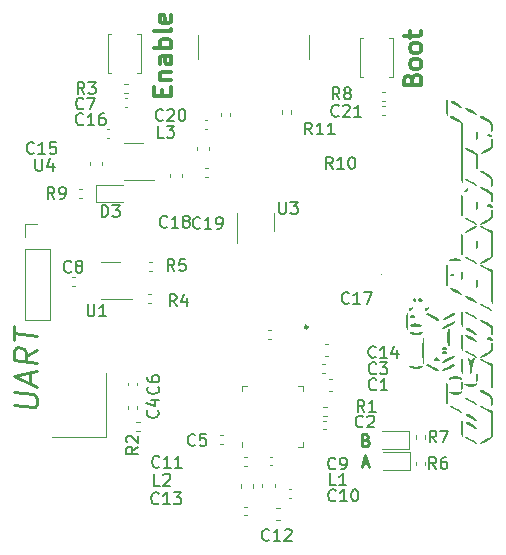
<source format=gbr>
%TF.GenerationSoftware,KiCad,Pcbnew,(6.0.7-1)-1*%
%TF.CreationDate,2023-05-14T20:37:22-05:00*%
%TF.ProjectId,ESP32-C3,45535033-322d-4433-932e-6b696361645f,1.0*%
%TF.SameCoordinates,Original*%
%TF.FileFunction,Legend,Top*%
%TF.FilePolarity,Positive*%
%FSLAX46Y46*%
G04 Gerber Fmt 4.6, Leading zero omitted, Abs format (unit mm)*
G04 Created by KiCad (PCBNEW (6.0.7-1)-1) date 2023-05-14 20:37:22*
%MOMM*%
%LPD*%
G01*
G04 APERTURE LIST*
%ADD10C,0.300000*%
%ADD11C,0.250000*%
%ADD12C,0.150000*%
%ADD13C,0.120000*%
G04 APERTURE END LIST*
D10*
X140860557Y-69663657D02*
X140860557Y-69163657D01*
X141646271Y-68949371D02*
X141646271Y-69663657D01*
X140146271Y-69663657D01*
X140146271Y-68949371D01*
X140646271Y-68306514D02*
X141646271Y-68306514D01*
X140789128Y-68306514D02*
X140717700Y-68235085D01*
X140646271Y-68092228D01*
X140646271Y-67877942D01*
X140717700Y-67735085D01*
X140860557Y-67663657D01*
X141646271Y-67663657D01*
X141646271Y-66306514D02*
X140860557Y-66306514D01*
X140717700Y-66377942D01*
X140646271Y-66520800D01*
X140646271Y-66806514D01*
X140717700Y-66949371D01*
X141574842Y-66306514D02*
X141646271Y-66449371D01*
X141646271Y-66806514D01*
X141574842Y-66949371D01*
X141431985Y-67020800D01*
X141289128Y-67020800D01*
X141146271Y-66949371D01*
X141074842Y-66806514D01*
X141074842Y-66449371D01*
X141003414Y-66306514D01*
X141646271Y-65592228D02*
X140146271Y-65592228D01*
X140717700Y-65592228D02*
X140646271Y-65449371D01*
X140646271Y-65163657D01*
X140717700Y-65020800D01*
X140789128Y-64949371D01*
X140931985Y-64877942D01*
X141360557Y-64877942D01*
X141503414Y-64949371D01*
X141574842Y-65020800D01*
X141646271Y-65163657D01*
X141646271Y-65449371D01*
X141574842Y-65592228D01*
X141646271Y-64020800D02*
X141574842Y-64163657D01*
X141431985Y-64235085D01*
X140146271Y-64235085D01*
X141574842Y-62877942D02*
X141646271Y-63020800D01*
X141646271Y-63306514D01*
X141574842Y-63449371D01*
X141431985Y-63520800D01*
X140860557Y-63520800D01*
X140717700Y-63449371D01*
X140646271Y-63306514D01*
X140646271Y-63020800D01*
X140717700Y-62877942D01*
X140860557Y-62806514D01*
X141003414Y-62806514D01*
X141146271Y-63520800D01*
X162032457Y-68304971D02*
X162103885Y-68090685D01*
X162175314Y-68019257D01*
X162318171Y-67947828D01*
X162532457Y-67947828D01*
X162675314Y-68019257D01*
X162746742Y-68090685D01*
X162818171Y-68233542D01*
X162818171Y-68804971D01*
X161318171Y-68804971D01*
X161318171Y-68304971D01*
X161389600Y-68162114D01*
X161461028Y-68090685D01*
X161603885Y-68019257D01*
X161746742Y-68019257D01*
X161889600Y-68090685D01*
X161961028Y-68162114D01*
X162032457Y-68304971D01*
X162032457Y-68804971D01*
X162818171Y-67090685D02*
X162746742Y-67233542D01*
X162675314Y-67304971D01*
X162532457Y-67376400D01*
X162103885Y-67376400D01*
X161961028Y-67304971D01*
X161889600Y-67233542D01*
X161818171Y-67090685D01*
X161818171Y-66876400D01*
X161889600Y-66733542D01*
X161961028Y-66662114D01*
X162103885Y-66590685D01*
X162532457Y-66590685D01*
X162675314Y-66662114D01*
X162746742Y-66733542D01*
X162818171Y-66876400D01*
X162818171Y-67090685D01*
X162818171Y-65733542D02*
X162746742Y-65876400D01*
X162675314Y-65947828D01*
X162532457Y-66019257D01*
X162103885Y-66019257D01*
X161961028Y-65947828D01*
X161889600Y-65876400D01*
X161818171Y-65733542D01*
X161818171Y-65519257D01*
X161889600Y-65376400D01*
X161961028Y-65304971D01*
X162103885Y-65233542D01*
X162532457Y-65233542D01*
X162675314Y-65304971D01*
X162746742Y-65376400D01*
X162818171Y-65519257D01*
X162818171Y-65733542D01*
X161818171Y-64804971D02*
X161818171Y-64233542D01*
X161318171Y-64590685D02*
X162603885Y-64590685D01*
X162746742Y-64519257D01*
X162818171Y-64376400D01*
X162818171Y-64233542D01*
D11*
X128278361Y-95867421D02*
X129897409Y-96069802D01*
X130087885Y-95998373D01*
X130183123Y-95915040D01*
X130278361Y-95736469D01*
X130278361Y-95355516D01*
X130183123Y-95153135D01*
X130087885Y-95045992D01*
X129897409Y-94926945D01*
X128278361Y-94724564D01*
X129706933Y-94045992D02*
X129706933Y-93093611D01*
X130278361Y-94307897D02*
X128278361Y-93391230D01*
X130278361Y-92974564D01*
X130278361Y-91165040D02*
X129325980Y-91712659D01*
X130278361Y-92307897D02*
X128278361Y-92057897D01*
X128278361Y-91295992D01*
X128373600Y-91117421D01*
X128468838Y-91034088D01*
X128659314Y-90962659D01*
X128945028Y-90998373D01*
X129135504Y-91117421D01*
X129230742Y-91224564D01*
X129325980Y-91426945D01*
X129325980Y-92188850D01*
X128278361Y-90343611D02*
X128278361Y-89200754D01*
X130278361Y-90022183D02*
X128278361Y-89772183D01*
D12*
%TO.C,C7*%
X134185333Y-70742742D02*
X134137714Y-70790361D01*
X133994857Y-70837980D01*
X133899619Y-70837980D01*
X133756761Y-70790361D01*
X133661523Y-70695123D01*
X133613904Y-70599885D01*
X133566285Y-70409409D01*
X133566285Y-70266552D01*
X133613904Y-70076076D01*
X133661523Y-69980838D01*
X133756761Y-69885600D01*
X133899619Y-69837980D01*
X133994857Y-69837980D01*
X134137714Y-69885600D01*
X134185333Y-69933219D01*
X134518666Y-69837980D02*
X135185333Y-69837980D01*
X134756761Y-70837980D01*
%TO.C,R5*%
X141906933Y-84503180D02*
X141573600Y-84026990D01*
X141335504Y-84503180D02*
X141335504Y-83503180D01*
X141716457Y-83503180D01*
X141811695Y-83550800D01*
X141859314Y-83598419D01*
X141906933Y-83693657D01*
X141906933Y-83836514D01*
X141859314Y-83931752D01*
X141811695Y-83979371D01*
X141716457Y-84026990D01*
X141335504Y-84026990D01*
X142811695Y-83503180D02*
X142335504Y-83503180D01*
X142287885Y-83979371D01*
X142335504Y-83931752D01*
X142430742Y-83884133D01*
X142668838Y-83884133D01*
X142764076Y-83931752D01*
X142811695Y-83979371D01*
X142859314Y-84074609D01*
X142859314Y-84312704D01*
X142811695Y-84407942D01*
X142764076Y-84455561D01*
X142668838Y-84503180D01*
X142430742Y-84503180D01*
X142335504Y-84455561D01*
X142287885Y-84407942D01*
%TO.C,R3*%
X134286933Y-69517180D02*
X133953600Y-69040990D01*
X133715504Y-69517180D02*
X133715504Y-68517180D01*
X134096457Y-68517180D01*
X134191695Y-68564800D01*
X134239314Y-68612419D01*
X134286933Y-68707657D01*
X134286933Y-68850514D01*
X134239314Y-68945752D01*
X134191695Y-68993371D01*
X134096457Y-69040990D01*
X133715504Y-69040990D01*
X134620266Y-68517180D02*
X135239314Y-68517180D01*
X134905980Y-68898133D01*
X135048838Y-68898133D01*
X135144076Y-68945752D01*
X135191695Y-68993371D01*
X135239314Y-69088609D01*
X135239314Y-69326704D01*
X135191695Y-69421942D01*
X135144076Y-69469561D01*
X135048838Y-69517180D01*
X134763123Y-69517180D01*
X134667885Y-69469561D01*
X134620266Y-69421942D01*
%TO.C,C14*%
X158944342Y-91783142D02*
X158896723Y-91830761D01*
X158753866Y-91878380D01*
X158658628Y-91878380D01*
X158515771Y-91830761D01*
X158420533Y-91735523D01*
X158372914Y-91640285D01*
X158325295Y-91449809D01*
X158325295Y-91306952D01*
X158372914Y-91116476D01*
X158420533Y-91021238D01*
X158515771Y-90926000D01*
X158658628Y-90878380D01*
X158753866Y-90878380D01*
X158896723Y-90926000D01*
X158944342Y-90973619D01*
X159896723Y-91878380D02*
X159325295Y-91878380D01*
X159611009Y-91878380D02*
X159611009Y-90878380D01*
X159515771Y-91021238D01*
X159420533Y-91116476D01*
X159325295Y-91164095D01*
X160753866Y-91211714D02*
X160753866Y-91878380D01*
X160515771Y-90830761D02*
X160277676Y-91545047D01*
X160896723Y-91545047D01*
%TO.C,R7*%
X164081733Y-99031980D02*
X163748400Y-98555790D01*
X163510304Y-99031980D02*
X163510304Y-98031980D01*
X163891257Y-98031980D01*
X163986495Y-98079600D01*
X164034114Y-98127219D01*
X164081733Y-98222457D01*
X164081733Y-98365314D01*
X164034114Y-98460552D01*
X163986495Y-98508171D01*
X163891257Y-98555790D01*
X163510304Y-98555790D01*
X164415066Y-98031980D02*
X165081733Y-98031980D01*
X164653161Y-99031980D01*
%TO.C,C9*%
X155521333Y-101222742D02*
X155473714Y-101270361D01*
X155330857Y-101317980D01*
X155235619Y-101317980D01*
X155092761Y-101270361D01*
X154997523Y-101175123D01*
X154949904Y-101079885D01*
X154902285Y-100889409D01*
X154902285Y-100746552D01*
X154949904Y-100556076D01*
X154997523Y-100460838D01*
X155092761Y-100365600D01*
X155235619Y-100317980D01*
X155330857Y-100317980D01*
X155473714Y-100365600D01*
X155521333Y-100413219D01*
X155997523Y-101317980D02*
X156188000Y-101317980D01*
X156283238Y-101270361D01*
X156330857Y-101222742D01*
X156426095Y-101079885D01*
X156473714Y-100889409D01*
X156473714Y-100508457D01*
X156426095Y-100413219D01*
X156378476Y-100365600D01*
X156283238Y-100317980D01*
X156092761Y-100317980D01*
X155997523Y-100365600D01*
X155949904Y-100413219D01*
X155902285Y-100508457D01*
X155902285Y-100746552D01*
X155949904Y-100841790D01*
X155997523Y-100889409D01*
X156092761Y-100937028D01*
X156283238Y-100937028D01*
X156378476Y-100889409D01*
X156426095Y-100841790D01*
X156473714Y-100746552D01*
%TO.C,C15*%
X130000742Y-74501942D02*
X129953123Y-74549561D01*
X129810266Y-74597180D01*
X129715028Y-74597180D01*
X129572171Y-74549561D01*
X129476933Y-74454323D01*
X129429314Y-74359085D01*
X129381695Y-74168609D01*
X129381695Y-74025752D01*
X129429314Y-73835276D01*
X129476933Y-73740038D01*
X129572171Y-73644800D01*
X129715028Y-73597180D01*
X129810266Y-73597180D01*
X129953123Y-73644800D01*
X130000742Y-73692419D01*
X130953123Y-74597180D02*
X130381695Y-74597180D01*
X130667409Y-74597180D02*
X130667409Y-73597180D01*
X130572171Y-73740038D01*
X130476933Y-73835276D01*
X130381695Y-73882895D01*
X131857885Y-73597180D02*
X131381695Y-73597180D01*
X131334076Y-74073371D01*
X131381695Y-74025752D01*
X131476933Y-73978133D01*
X131715028Y-73978133D01*
X131810266Y-74025752D01*
X131857885Y-74073371D01*
X131905504Y-74168609D01*
X131905504Y-74406704D01*
X131857885Y-74501942D01*
X131810266Y-74549561D01*
X131715028Y-74597180D01*
X131476933Y-74597180D01*
X131381695Y-74549561D01*
X131334076Y-74501942D01*
%TO.C,R10*%
X155299142Y-75867180D02*
X154965809Y-75390990D01*
X154727714Y-75867180D02*
X154727714Y-74867180D01*
X155108666Y-74867180D01*
X155203904Y-74914800D01*
X155251523Y-74962419D01*
X155299142Y-75057657D01*
X155299142Y-75200514D01*
X155251523Y-75295752D01*
X155203904Y-75343371D01*
X155108666Y-75390990D01*
X154727714Y-75390990D01*
X156251523Y-75867180D02*
X155680095Y-75867180D01*
X155965809Y-75867180D02*
X155965809Y-74867180D01*
X155870571Y-75010038D01*
X155775333Y-75105276D01*
X155680095Y-75152895D01*
X156870571Y-74867180D02*
X156965809Y-74867180D01*
X157061047Y-74914800D01*
X157108666Y-74962419D01*
X157156285Y-75057657D01*
X157203904Y-75248133D01*
X157203904Y-75486228D01*
X157156285Y-75676704D01*
X157108666Y-75771942D01*
X157061047Y-75819561D01*
X156965809Y-75867180D01*
X156870571Y-75867180D01*
X156775333Y-75819561D01*
X156727714Y-75771942D01*
X156680095Y-75676704D01*
X156632476Y-75486228D01*
X156632476Y-75248133D01*
X156680095Y-75057657D01*
X156727714Y-74962419D01*
X156775333Y-74914800D01*
X156870571Y-74867180D01*
%TO.C,R1*%
X157991333Y-96441180D02*
X157658000Y-95964990D01*
X157419904Y-96441180D02*
X157419904Y-95441180D01*
X157800857Y-95441180D01*
X157896095Y-95488800D01*
X157943714Y-95536419D01*
X157991333Y-95631657D01*
X157991333Y-95774514D01*
X157943714Y-95869752D01*
X157896095Y-95917371D01*
X157800857Y-95964990D01*
X157419904Y-95964990D01*
X158943714Y-96441180D02*
X158372285Y-96441180D01*
X158658000Y-96441180D02*
X158658000Y-95441180D01*
X158562761Y-95584038D01*
X158467523Y-95679276D01*
X158372285Y-95726895D01*
%TO.C,U4*%
X130135695Y-75019580D02*
X130135695Y-75829104D01*
X130183314Y-75924342D01*
X130230933Y-75971961D01*
X130326171Y-76019580D01*
X130516647Y-76019580D01*
X130611885Y-75971961D01*
X130659504Y-75924342D01*
X130707123Y-75829104D01*
X130707123Y-75019580D01*
X131611885Y-75352914D02*
X131611885Y-76019580D01*
X131373790Y-74971961D02*
X131135695Y-75686247D01*
X131754742Y-75686247D01*
%TO.C,L3*%
X140992533Y-73225580D02*
X140516342Y-73225580D01*
X140516342Y-72225580D01*
X141230628Y-72225580D02*
X141849676Y-72225580D01*
X141516342Y-72606533D01*
X141659200Y-72606533D01*
X141754438Y-72654152D01*
X141802057Y-72701771D01*
X141849676Y-72797009D01*
X141849676Y-73035104D01*
X141802057Y-73130342D01*
X141754438Y-73177961D01*
X141659200Y-73225580D01*
X141373485Y-73225580D01*
X141278247Y-73177961D01*
X141230628Y-73130342D01*
%TO.C,C5*%
X143662133Y-99216142D02*
X143614514Y-99263761D01*
X143471657Y-99311380D01*
X143376419Y-99311380D01*
X143233561Y-99263761D01*
X143138323Y-99168523D01*
X143090704Y-99073285D01*
X143043085Y-98882809D01*
X143043085Y-98739952D01*
X143090704Y-98549476D01*
X143138323Y-98454238D01*
X143233561Y-98359000D01*
X143376419Y-98311380D01*
X143471657Y-98311380D01*
X143614514Y-98359000D01*
X143662133Y-98406619D01*
X144566895Y-98311380D02*
X144090704Y-98311380D01*
X144043085Y-98787571D01*
X144090704Y-98739952D01*
X144185942Y-98692333D01*
X144424038Y-98692333D01*
X144519276Y-98739952D01*
X144566895Y-98787571D01*
X144614514Y-98882809D01*
X144614514Y-99120904D01*
X144566895Y-99216142D01*
X144519276Y-99263761D01*
X144424038Y-99311380D01*
X144185942Y-99311380D01*
X144090704Y-99263761D01*
X144043085Y-99216142D01*
D11*
%TO.C,A*%
X157837504Y-100782266D02*
X158313695Y-100782266D01*
X157742266Y-101067980D02*
X158075600Y-100067980D01*
X158408933Y-101067980D01*
D12*
%TO.C,C19*%
X144072342Y-80851942D02*
X144024723Y-80899561D01*
X143881866Y-80947180D01*
X143786628Y-80947180D01*
X143643771Y-80899561D01*
X143548533Y-80804323D01*
X143500914Y-80709085D01*
X143453295Y-80518609D01*
X143453295Y-80375752D01*
X143500914Y-80185276D01*
X143548533Y-80090038D01*
X143643771Y-79994800D01*
X143786628Y-79947180D01*
X143881866Y-79947180D01*
X144024723Y-79994800D01*
X144072342Y-80042419D01*
X145024723Y-80947180D02*
X144453295Y-80947180D01*
X144739009Y-80947180D02*
X144739009Y-79947180D01*
X144643771Y-80090038D01*
X144548533Y-80185276D01*
X144453295Y-80232895D01*
X145500914Y-80947180D02*
X145691390Y-80947180D01*
X145786628Y-80899561D01*
X145834247Y-80851942D01*
X145929485Y-80709085D01*
X145977104Y-80518609D01*
X145977104Y-80137657D01*
X145929485Y-80042419D01*
X145881866Y-79994800D01*
X145786628Y-79947180D01*
X145596152Y-79947180D01*
X145500914Y-79994800D01*
X145453295Y-80042419D01*
X145405676Y-80137657D01*
X145405676Y-80375752D01*
X145453295Y-80470990D01*
X145500914Y-80518609D01*
X145596152Y-80566228D01*
X145786628Y-80566228D01*
X145881866Y-80518609D01*
X145929485Y-80470990D01*
X145977104Y-80375752D01*
%TO.C,R6*%
X164055733Y-101267180D02*
X163722400Y-100790990D01*
X163484304Y-101267180D02*
X163484304Y-100267180D01*
X163865257Y-100267180D01*
X163960495Y-100314800D01*
X164008114Y-100362419D01*
X164055733Y-100457657D01*
X164055733Y-100600514D01*
X164008114Y-100695752D01*
X163960495Y-100743371D01*
X163865257Y-100790990D01*
X163484304Y-100790990D01*
X164912876Y-100267180D02*
X164722400Y-100267180D01*
X164627161Y-100314800D01*
X164579542Y-100362419D01*
X164484304Y-100505276D01*
X164436685Y-100695752D01*
X164436685Y-101076704D01*
X164484304Y-101171942D01*
X164531923Y-101219561D01*
X164627161Y-101267180D01*
X164817638Y-101267180D01*
X164912876Y-101219561D01*
X164960495Y-101171942D01*
X165008114Y-101076704D01*
X165008114Y-100838609D01*
X164960495Y-100743371D01*
X164912876Y-100695752D01*
X164817638Y-100648133D01*
X164627161Y-100648133D01*
X164531923Y-100695752D01*
X164484304Y-100743371D01*
X164436685Y-100838609D01*
%TO.C,C16*%
X134166342Y-72063542D02*
X134118723Y-72111161D01*
X133975866Y-72158780D01*
X133880628Y-72158780D01*
X133737771Y-72111161D01*
X133642533Y-72015923D01*
X133594914Y-71920685D01*
X133547295Y-71730209D01*
X133547295Y-71587352D01*
X133594914Y-71396876D01*
X133642533Y-71301638D01*
X133737771Y-71206400D01*
X133880628Y-71158780D01*
X133975866Y-71158780D01*
X134118723Y-71206400D01*
X134166342Y-71254019D01*
X135118723Y-72158780D02*
X134547295Y-72158780D01*
X134833009Y-72158780D02*
X134833009Y-71158780D01*
X134737771Y-71301638D01*
X134642533Y-71396876D01*
X134547295Y-71444495D01*
X135975866Y-71158780D02*
X135785390Y-71158780D01*
X135690152Y-71206400D01*
X135642533Y-71254019D01*
X135547295Y-71396876D01*
X135499676Y-71587352D01*
X135499676Y-71968304D01*
X135547295Y-72063542D01*
X135594914Y-72111161D01*
X135690152Y-72158780D01*
X135880628Y-72158780D01*
X135975866Y-72111161D01*
X136023485Y-72063542D01*
X136071104Y-71968304D01*
X136071104Y-71730209D01*
X136023485Y-71634971D01*
X135975866Y-71587352D01*
X135880628Y-71539733D01*
X135690152Y-71539733D01*
X135594914Y-71587352D01*
X135547295Y-71634971D01*
X135499676Y-71730209D01*
%TO.C,C17*%
X156670742Y-87201942D02*
X156623123Y-87249561D01*
X156480266Y-87297180D01*
X156385028Y-87297180D01*
X156242171Y-87249561D01*
X156146933Y-87154323D01*
X156099314Y-87059085D01*
X156051695Y-86868609D01*
X156051695Y-86725752D01*
X156099314Y-86535276D01*
X156146933Y-86440038D01*
X156242171Y-86344800D01*
X156385028Y-86297180D01*
X156480266Y-86297180D01*
X156623123Y-86344800D01*
X156670742Y-86392419D01*
X157623123Y-87297180D02*
X157051695Y-87297180D01*
X157337409Y-87297180D02*
X157337409Y-86297180D01*
X157242171Y-86440038D01*
X157146933Y-86535276D01*
X157051695Y-86582895D01*
X157956457Y-86297180D02*
X158623123Y-86297180D01*
X158194552Y-87297180D01*
%TO.C,U1*%
X134555695Y-87345180D02*
X134555695Y-88154704D01*
X134603314Y-88249942D01*
X134650933Y-88297561D01*
X134746171Y-88345180D01*
X134936647Y-88345180D01*
X135031885Y-88297561D01*
X135079504Y-88249942D01*
X135127123Y-88154704D01*
X135127123Y-87345180D01*
X136127123Y-88345180D02*
X135555695Y-88345180D01*
X135841409Y-88345180D02*
X135841409Y-87345180D01*
X135746171Y-87488038D01*
X135650933Y-87583276D01*
X135555695Y-87630895D01*
%TO.C,L1*%
X155572133Y-102638780D02*
X155095942Y-102638780D01*
X155095942Y-101638780D01*
X156429276Y-102638780D02*
X155857847Y-102638780D01*
X156143561Y-102638780D02*
X156143561Y-101638780D01*
X156048323Y-101781638D01*
X155953085Y-101876876D01*
X155857847Y-101924495D01*
%TO.C,C21*%
X155807142Y-71352342D02*
X155759523Y-71399961D01*
X155616666Y-71447580D01*
X155521428Y-71447580D01*
X155378571Y-71399961D01*
X155283333Y-71304723D01*
X155235714Y-71209485D01*
X155188095Y-71019009D01*
X155188095Y-70876152D01*
X155235714Y-70685676D01*
X155283333Y-70590438D01*
X155378571Y-70495200D01*
X155521428Y-70447580D01*
X155616666Y-70447580D01*
X155759523Y-70495200D01*
X155807142Y-70542819D01*
X156188095Y-70542819D02*
X156235714Y-70495200D01*
X156330952Y-70447580D01*
X156569047Y-70447580D01*
X156664285Y-70495200D01*
X156711904Y-70542819D01*
X156759523Y-70638057D01*
X156759523Y-70733295D01*
X156711904Y-70876152D01*
X156140476Y-71447580D01*
X156759523Y-71447580D01*
X157711904Y-71447580D02*
X157140476Y-71447580D01*
X157426190Y-71447580D02*
X157426190Y-70447580D01*
X157330952Y-70590438D01*
X157235714Y-70685676D01*
X157140476Y-70733295D01*
%TO.C,R2*%
X138817580Y-99406666D02*
X138341390Y-99740000D01*
X138817580Y-99978095D02*
X137817580Y-99978095D01*
X137817580Y-99597142D01*
X137865200Y-99501904D01*
X137912819Y-99454285D01*
X138008057Y-99406666D01*
X138150914Y-99406666D01*
X138246152Y-99454285D01*
X138293771Y-99501904D01*
X138341390Y-99597142D01*
X138341390Y-99978095D01*
X137912819Y-99025714D02*
X137865200Y-98978095D01*
X137817580Y-98882857D01*
X137817580Y-98644761D01*
X137865200Y-98549523D01*
X137912819Y-98501904D01*
X138008057Y-98454285D01*
X138103295Y-98454285D01*
X138246152Y-98501904D01*
X138817580Y-99073333D01*
X138817580Y-98454285D01*
%TO.C,C10*%
X155553142Y-103915142D02*
X155505523Y-103962761D01*
X155362666Y-104010380D01*
X155267428Y-104010380D01*
X155124571Y-103962761D01*
X155029333Y-103867523D01*
X154981714Y-103772285D01*
X154934095Y-103581809D01*
X154934095Y-103438952D01*
X154981714Y-103248476D01*
X155029333Y-103153238D01*
X155124571Y-103058000D01*
X155267428Y-103010380D01*
X155362666Y-103010380D01*
X155505523Y-103058000D01*
X155553142Y-103105619D01*
X156505523Y-104010380D02*
X155934095Y-104010380D01*
X156219809Y-104010380D02*
X156219809Y-103010380D01*
X156124571Y-103153238D01*
X156029333Y-103248476D01*
X155934095Y-103296095D01*
X157124571Y-103010380D02*
X157219809Y-103010380D01*
X157315047Y-103058000D01*
X157362666Y-103105619D01*
X157410285Y-103200857D01*
X157457904Y-103391333D01*
X157457904Y-103629428D01*
X157410285Y-103819904D01*
X157362666Y-103915142D01*
X157315047Y-103962761D01*
X157219809Y-104010380D01*
X157124571Y-104010380D01*
X157029333Y-103962761D01*
X156981714Y-103915142D01*
X156934095Y-103819904D01*
X156886476Y-103629428D01*
X156886476Y-103391333D01*
X156934095Y-103200857D01*
X156981714Y-103105619D01*
X157029333Y-103058000D01*
X157124571Y-103010380D01*
%TO.C,R11*%
X153550342Y-72944580D02*
X153217009Y-72468390D01*
X152978914Y-72944580D02*
X152978914Y-71944580D01*
X153359866Y-71944580D01*
X153455104Y-71992200D01*
X153502723Y-72039819D01*
X153550342Y-72135057D01*
X153550342Y-72277914D01*
X153502723Y-72373152D01*
X153455104Y-72420771D01*
X153359866Y-72468390D01*
X152978914Y-72468390D01*
X154502723Y-72944580D02*
X153931295Y-72944580D01*
X154217009Y-72944580D02*
X154217009Y-71944580D01*
X154121771Y-72087438D01*
X154026533Y-72182676D01*
X153931295Y-72230295D01*
X155455104Y-72944580D02*
X154883676Y-72944580D01*
X155169390Y-72944580D02*
X155169390Y-71944580D01*
X155074152Y-72087438D01*
X154978914Y-72182676D01*
X154883676Y-72230295D01*
%TO.C,L2*%
X140687733Y-102689580D02*
X140211542Y-102689580D01*
X140211542Y-101689580D01*
X140973447Y-101784819D02*
X141021066Y-101737200D01*
X141116304Y-101689580D01*
X141354400Y-101689580D01*
X141449638Y-101737200D01*
X141497257Y-101784819D01*
X141544876Y-101880057D01*
X141544876Y-101975295D01*
X141497257Y-102118152D01*
X140925828Y-102689580D01*
X141544876Y-102689580D01*
%TO.C,D3*%
X135747504Y-79931180D02*
X135747504Y-78931180D01*
X135985600Y-78931180D01*
X136128457Y-78978800D01*
X136223695Y-79074038D01*
X136271314Y-79169276D01*
X136318933Y-79359752D01*
X136318933Y-79502609D01*
X136271314Y-79693085D01*
X136223695Y-79788323D01*
X136128457Y-79883561D01*
X135985600Y-79931180D01*
X135747504Y-79931180D01*
X136652266Y-78931180D02*
X137271314Y-78931180D01*
X136937980Y-79312133D01*
X137080838Y-79312133D01*
X137176076Y-79359752D01*
X137223695Y-79407371D01*
X137271314Y-79502609D01*
X137271314Y-79740704D01*
X137223695Y-79835942D01*
X137176076Y-79883561D01*
X137080838Y-79931180D01*
X136795123Y-79931180D01*
X136699885Y-79883561D01*
X136652266Y-79835942D01*
%TO.C,R4*%
X142080933Y-87495180D02*
X141747600Y-87018990D01*
X141509504Y-87495180D02*
X141509504Y-86495180D01*
X141890457Y-86495180D01*
X141985695Y-86542800D01*
X142033314Y-86590419D01*
X142080933Y-86685657D01*
X142080933Y-86828514D01*
X142033314Y-86923752D01*
X141985695Y-86971371D01*
X141890457Y-87018990D01*
X141509504Y-87018990D01*
X142938076Y-86828514D02*
X142938076Y-87495180D01*
X142699980Y-86447561D02*
X142461885Y-87161847D01*
X143080933Y-87161847D01*
%TO.C,R8*%
X155876933Y-69974380D02*
X155543600Y-69498190D01*
X155305504Y-69974380D02*
X155305504Y-68974380D01*
X155686457Y-68974380D01*
X155781695Y-69022000D01*
X155829314Y-69069619D01*
X155876933Y-69164857D01*
X155876933Y-69307714D01*
X155829314Y-69402952D01*
X155781695Y-69450571D01*
X155686457Y-69498190D01*
X155305504Y-69498190D01*
X156448361Y-69402952D02*
X156353123Y-69355333D01*
X156305504Y-69307714D01*
X156257885Y-69212476D01*
X156257885Y-69164857D01*
X156305504Y-69069619D01*
X156353123Y-69022000D01*
X156448361Y-68974380D01*
X156638838Y-68974380D01*
X156734076Y-69022000D01*
X156781695Y-69069619D01*
X156829314Y-69164857D01*
X156829314Y-69212476D01*
X156781695Y-69307714D01*
X156734076Y-69355333D01*
X156638838Y-69402952D01*
X156448361Y-69402952D01*
X156353123Y-69450571D01*
X156305504Y-69498190D01*
X156257885Y-69593428D01*
X156257885Y-69783904D01*
X156305504Y-69879142D01*
X156353123Y-69926761D01*
X156448361Y-69974380D01*
X156638838Y-69974380D01*
X156734076Y-69926761D01*
X156781695Y-69879142D01*
X156829314Y-69783904D01*
X156829314Y-69593428D01*
X156781695Y-69498190D01*
X156734076Y-69450571D01*
X156638838Y-69402952D01*
%TO.C,C6*%
X140506742Y-94309466D02*
X140554361Y-94357085D01*
X140601980Y-94499942D01*
X140601980Y-94595180D01*
X140554361Y-94738038D01*
X140459123Y-94833276D01*
X140363885Y-94880895D01*
X140173409Y-94928514D01*
X140030552Y-94928514D01*
X139840076Y-94880895D01*
X139744838Y-94833276D01*
X139649600Y-94738038D01*
X139601980Y-94595180D01*
X139601980Y-94499942D01*
X139649600Y-94357085D01*
X139697219Y-94309466D01*
X139601980Y-93452323D02*
X139601980Y-93642800D01*
X139649600Y-93738038D01*
X139697219Y-93785657D01*
X139840076Y-93880895D01*
X140030552Y-93928514D01*
X140411504Y-93928514D01*
X140506742Y-93880895D01*
X140554361Y-93833276D01*
X140601980Y-93738038D01*
X140601980Y-93547561D01*
X140554361Y-93452323D01*
X140506742Y-93404704D01*
X140411504Y-93357085D01*
X140173409Y-93357085D01*
X140078171Y-93404704D01*
X140030552Y-93452323D01*
X139982933Y-93547561D01*
X139982933Y-93738038D01*
X140030552Y-93833276D01*
X140078171Y-93880895D01*
X140173409Y-93928514D01*
%TO.C,C4*%
X140474742Y-96309466D02*
X140522361Y-96357085D01*
X140569980Y-96499942D01*
X140569980Y-96595180D01*
X140522361Y-96738038D01*
X140427123Y-96833276D01*
X140331885Y-96880895D01*
X140141409Y-96928514D01*
X139998552Y-96928514D01*
X139808076Y-96880895D01*
X139712838Y-96833276D01*
X139617600Y-96738038D01*
X139569980Y-96595180D01*
X139569980Y-96499942D01*
X139617600Y-96357085D01*
X139665219Y-96309466D01*
X139903314Y-95452323D02*
X140569980Y-95452323D01*
X139522361Y-95690419D02*
X140236647Y-95928514D01*
X140236647Y-95309466D01*
%TO.C,C13*%
X140567142Y-104169142D02*
X140519523Y-104216761D01*
X140376666Y-104264380D01*
X140281428Y-104264380D01*
X140138571Y-104216761D01*
X140043333Y-104121523D01*
X139995714Y-104026285D01*
X139948095Y-103835809D01*
X139948095Y-103692952D01*
X139995714Y-103502476D01*
X140043333Y-103407238D01*
X140138571Y-103312000D01*
X140281428Y-103264380D01*
X140376666Y-103264380D01*
X140519523Y-103312000D01*
X140567142Y-103359619D01*
X141519523Y-104264380D02*
X140948095Y-104264380D01*
X141233809Y-104264380D02*
X141233809Y-103264380D01*
X141138571Y-103407238D01*
X141043333Y-103502476D01*
X140948095Y-103550095D01*
X141852857Y-103264380D02*
X142471904Y-103264380D01*
X142138571Y-103645333D01*
X142281428Y-103645333D01*
X142376666Y-103692952D01*
X142424285Y-103740571D01*
X142471904Y-103835809D01*
X142471904Y-104073904D01*
X142424285Y-104169142D01*
X142376666Y-104216761D01*
X142281428Y-104264380D01*
X141995714Y-104264380D01*
X141900476Y-104216761D01*
X141852857Y-104169142D01*
%TO.C,C11*%
X140617942Y-101070342D02*
X140570323Y-101117961D01*
X140427466Y-101165580D01*
X140332228Y-101165580D01*
X140189371Y-101117961D01*
X140094133Y-101022723D01*
X140046514Y-100927485D01*
X139998895Y-100737009D01*
X139998895Y-100594152D01*
X140046514Y-100403676D01*
X140094133Y-100308438D01*
X140189371Y-100213200D01*
X140332228Y-100165580D01*
X140427466Y-100165580D01*
X140570323Y-100213200D01*
X140617942Y-100260819D01*
X141570323Y-101165580D02*
X140998895Y-101165580D01*
X141284609Y-101165580D02*
X141284609Y-100165580D01*
X141189371Y-100308438D01*
X141094133Y-100403676D01*
X140998895Y-100451295D01*
X142522704Y-101165580D02*
X141951276Y-101165580D01*
X142236990Y-101165580D02*
X142236990Y-100165580D01*
X142141752Y-100308438D01*
X142046514Y-100403676D01*
X141951276Y-100451295D01*
%TO.C,C2*%
X157858133Y-97666742D02*
X157810514Y-97714361D01*
X157667657Y-97761980D01*
X157572419Y-97761980D01*
X157429561Y-97714361D01*
X157334323Y-97619123D01*
X157286704Y-97523885D01*
X157239085Y-97333409D01*
X157239085Y-97190552D01*
X157286704Y-97000076D01*
X157334323Y-96904838D01*
X157429561Y-96809600D01*
X157572419Y-96761980D01*
X157667657Y-96761980D01*
X157810514Y-96809600D01*
X157858133Y-96857219D01*
X158239085Y-96857219D02*
X158286704Y-96809600D01*
X158381942Y-96761980D01*
X158620038Y-96761980D01*
X158715276Y-96809600D01*
X158762895Y-96857219D01*
X158810514Y-96952457D01*
X158810514Y-97047695D01*
X158762895Y-97190552D01*
X158191466Y-97761980D01*
X158810514Y-97761980D01*
%TO.C,C8*%
X133150933Y-84549942D02*
X133103314Y-84597561D01*
X132960457Y-84645180D01*
X132865219Y-84645180D01*
X132722361Y-84597561D01*
X132627123Y-84502323D01*
X132579504Y-84407085D01*
X132531885Y-84216609D01*
X132531885Y-84073752D01*
X132579504Y-83883276D01*
X132627123Y-83788038D01*
X132722361Y-83692800D01*
X132865219Y-83645180D01*
X132960457Y-83645180D01*
X133103314Y-83692800D01*
X133150933Y-83740419D01*
X133722361Y-84073752D02*
X133627123Y-84026133D01*
X133579504Y-83978514D01*
X133531885Y-83883276D01*
X133531885Y-83835657D01*
X133579504Y-83740419D01*
X133627123Y-83692800D01*
X133722361Y-83645180D01*
X133912838Y-83645180D01*
X134008076Y-83692800D01*
X134055695Y-83740419D01*
X134103314Y-83835657D01*
X134103314Y-83883276D01*
X134055695Y-83978514D01*
X134008076Y-84026133D01*
X133912838Y-84073752D01*
X133722361Y-84073752D01*
X133627123Y-84121371D01*
X133579504Y-84168990D01*
X133531885Y-84264228D01*
X133531885Y-84454704D01*
X133579504Y-84549942D01*
X133627123Y-84597561D01*
X133722361Y-84645180D01*
X133912838Y-84645180D01*
X134008076Y-84597561D01*
X134055695Y-84549942D01*
X134103314Y-84454704D01*
X134103314Y-84264228D01*
X134055695Y-84168990D01*
X134008076Y-84121371D01*
X133912838Y-84073752D01*
%TO.C,C20*%
X140922742Y-71707942D02*
X140875123Y-71755561D01*
X140732266Y-71803180D01*
X140637028Y-71803180D01*
X140494171Y-71755561D01*
X140398933Y-71660323D01*
X140351314Y-71565085D01*
X140303695Y-71374609D01*
X140303695Y-71231752D01*
X140351314Y-71041276D01*
X140398933Y-70946038D01*
X140494171Y-70850800D01*
X140637028Y-70803180D01*
X140732266Y-70803180D01*
X140875123Y-70850800D01*
X140922742Y-70898419D01*
X141303695Y-70898419D02*
X141351314Y-70850800D01*
X141446552Y-70803180D01*
X141684647Y-70803180D01*
X141779885Y-70850800D01*
X141827504Y-70898419D01*
X141875123Y-70993657D01*
X141875123Y-71088895D01*
X141827504Y-71231752D01*
X141256076Y-71803180D01*
X141875123Y-71803180D01*
X142494171Y-70803180D02*
X142589409Y-70803180D01*
X142684647Y-70850800D01*
X142732266Y-70898419D01*
X142779885Y-70993657D01*
X142827504Y-71184133D01*
X142827504Y-71422228D01*
X142779885Y-71612704D01*
X142732266Y-71707942D01*
X142684647Y-71755561D01*
X142589409Y-71803180D01*
X142494171Y-71803180D01*
X142398933Y-71755561D01*
X142351314Y-71707942D01*
X142303695Y-71612704D01*
X142256076Y-71422228D01*
X142256076Y-71184133D01*
X142303695Y-70993657D01*
X142351314Y-70898419D01*
X142398933Y-70850800D01*
X142494171Y-70803180D01*
D11*
%TO.C,B*%
X158096228Y-98812971D02*
X158239085Y-98860590D01*
X158286704Y-98908209D01*
X158334323Y-99003447D01*
X158334323Y-99146304D01*
X158286704Y-99241542D01*
X158239085Y-99289161D01*
X158143847Y-99336780D01*
X157762895Y-99336780D01*
X157762895Y-98336780D01*
X158096228Y-98336780D01*
X158191466Y-98384400D01*
X158239085Y-98432019D01*
X158286704Y-98527257D01*
X158286704Y-98622495D01*
X158239085Y-98717733D01*
X158191466Y-98765352D01*
X158096228Y-98812971D01*
X157762895Y-98812971D01*
D12*
%TO.C,C1*%
X158975733Y-94517142D02*
X158928114Y-94564761D01*
X158785257Y-94612380D01*
X158690019Y-94612380D01*
X158547161Y-94564761D01*
X158451923Y-94469523D01*
X158404304Y-94374285D01*
X158356685Y-94183809D01*
X158356685Y-94040952D01*
X158404304Y-93850476D01*
X158451923Y-93755238D01*
X158547161Y-93660000D01*
X158690019Y-93612380D01*
X158785257Y-93612380D01*
X158928114Y-93660000D01*
X158975733Y-93707619D01*
X159928114Y-94612380D02*
X159356685Y-94612380D01*
X159642400Y-94612380D02*
X159642400Y-93612380D01*
X159547161Y-93755238D01*
X159451923Y-93850476D01*
X159356685Y-93898095D01*
%TO.C,C18*%
X141278342Y-80750342D02*
X141230723Y-80797961D01*
X141087866Y-80845580D01*
X140992628Y-80845580D01*
X140849771Y-80797961D01*
X140754533Y-80702723D01*
X140706914Y-80607485D01*
X140659295Y-80417009D01*
X140659295Y-80274152D01*
X140706914Y-80083676D01*
X140754533Y-79988438D01*
X140849771Y-79893200D01*
X140992628Y-79845580D01*
X141087866Y-79845580D01*
X141230723Y-79893200D01*
X141278342Y-79940819D01*
X142230723Y-80845580D02*
X141659295Y-80845580D01*
X141945009Y-80845580D02*
X141945009Y-79845580D01*
X141849771Y-79988438D01*
X141754533Y-80083676D01*
X141659295Y-80131295D01*
X142802152Y-80274152D02*
X142706914Y-80226533D01*
X142659295Y-80178914D01*
X142611676Y-80083676D01*
X142611676Y-80036057D01*
X142659295Y-79940819D01*
X142706914Y-79893200D01*
X142802152Y-79845580D01*
X142992628Y-79845580D01*
X143087866Y-79893200D01*
X143135485Y-79940819D01*
X143183104Y-80036057D01*
X143183104Y-80083676D01*
X143135485Y-80178914D01*
X143087866Y-80226533D01*
X142992628Y-80274152D01*
X142802152Y-80274152D01*
X142706914Y-80321771D01*
X142659295Y-80369390D01*
X142611676Y-80464628D01*
X142611676Y-80655104D01*
X142659295Y-80750342D01*
X142706914Y-80797961D01*
X142802152Y-80845580D01*
X142992628Y-80845580D01*
X143087866Y-80797961D01*
X143135485Y-80750342D01*
X143183104Y-80655104D01*
X143183104Y-80464628D01*
X143135485Y-80369390D01*
X143087866Y-80321771D01*
X142992628Y-80274152D01*
%TO.C,C12*%
X149914342Y-107267942D02*
X149866723Y-107315561D01*
X149723866Y-107363180D01*
X149628628Y-107363180D01*
X149485771Y-107315561D01*
X149390533Y-107220323D01*
X149342914Y-107125085D01*
X149295295Y-106934609D01*
X149295295Y-106791752D01*
X149342914Y-106601276D01*
X149390533Y-106506038D01*
X149485771Y-106410800D01*
X149628628Y-106363180D01*
X149723866Y-106363180D01*
X149866723Y-106410800D01*
X149914342Y-106458419D01*
X150866723Y-107363180D02*
X150295295Y-107363180D01*
X150581009Y-107363180D02*
X150581009Y-106363180D01*
X150485771Y-106506038D01*
X150390533Y-106601276D01*
X150295295Y-106648895D01*
X151247676Y-106458419D02*
X151295295Y-106410800D01*
X151390533Y-106363180D01*
X151628628Y-106363180D01*
X151723866Y-106410800D01*
X151771485Y-106458419D01*
X151819104Y-106553657D01*
X151819104Y-106648895D01*
X151771485Y-106791752D01*
X151200057Y-107363180D01*
X151819104Y-107363180D01*
%TO.C,R9*%
X131746933Y-78407180D02*
X131413600Y-77930990D01*
X131175504Y-78407180D02*
X131175504Y-77407180D01*
X131556457Y-77407180D01*
X131651695Y-77454800D01*
X131699314Y-77502419D01*
X131746933Y-77597657D01*
X131746933Y-77740514D01*
X131699314Y-77835752D01*
X131651695Y-77883371D01*
X131556457Y-77930990D01*
X131175504Y-77930990D01*
X132223123Y-78407180D02*
X132413600Y-78407180D01*
X132508838Y-78359561D01*
X132556457Y-78311942D01*
X132651695Y-78169085D01*
X132699314Y-77978609D01*
X132699314Y-77597657D01*
X132651695Y-77502419D01*
X132604076Y-77454800D01*
X132508838Y-77407180D01*
X132318361Y-77407180D01*
X132223123Y-77454800D01*
X132175504Y-77502419D01*
X132127885Y-77597657D01*
X132127885Y-77835752D01*
X132175504Y-77930990D01*
X132223123Y-77978609D01*
X132318361Y-78026228D01*
X132508838Y-78026228D01*
X132604076Y-77978609D01*
X132651695Y-77930990D01*
X132699314Y-77835752D01*
%TO.C,C3*%
X158975733Y-93162742D02*
X158928114Y-93210361D01*
X158785257Y-93257980D01*
X158690019Y-93257980D01*
X158547161Y-93210361D01*
X158451923Y-93115123D01*
X158404304Y-93019885D01*
X158356685Y-92829409D01*
X158356685Y-92686552D01*
X158404304Y-92496076D01*
X158451923Y-92400838D01*
X158547161Y-92305600D01*
X158690019Y-92257980D01*
X158785257Y-92257980D01*
X158928114Y-92305600D01*
X158975733Y-92353219D01*
X159309066Y-92257980D02*
X159928114Y-92257980D01*
X159594780Y-92638933D01*
X159737638Y-92638933D01*
X159832876Y-92686552D01*
X159880495Y-92734171D01*
X159928114Y-92829409D01*
X159928114Y-93067504D01*
X159880495Y-93162742D01*
X159832876Y-93210361D01*
X159737638Y-93257980D01*
X159451923Y-93257980D01*
X159356685Y-93210361D01*
X159309066Y-93162742D01*
%TO.C,U3*%
X150775695Y-78666180D02*
X150775695Y-79475704D01*
X150823314Y-79570942D01*
X150870933Y-79618561D01*
X150966171Y-79666180D01*
X151156647Y-79666180D01*
X151251885Y-79618561D01*
X151299504Y-79570942D01*
X151347123Y-79475704D01*
X151347123Y-78666180D01*
X151728076Y-78666180D02*
X152347123Y-78666180D01*
X152013790Y-79047133D01*
X152156647Y-79047133D01*
X152251885Y-79094752D01*
X152299504Y-79142371D01*
X152347123Y-79237609D01*
X152347123Y-79475704D01*
X152299504Y-79570942D01*
X152251885Y-79618561D01*
X152156647Y-79666180D01*
X151870933Y-79666180D01*
X151775695Y-79618561D01*
X151728076Y-79570942D01*
D13*
%TO.C,J2*%
X143917600Y-66542800D02*
X143917600Y-64542800D01*
X153317600Y-66542800D02*
X153317600Y-64542800D01*
%TO.C,G\u002A\u002A\u002A*%
G36*
X165688444Y-92438610D02*
G01*
X165641674Y-92522607D01*
X165472431Y-92643541D01*
X165202769Y-92783192D01*
X164890918Y-92920811D01*
X164701530Y-92986204D01*
X164606635Y-92985145D01*
X164578263Y-92923408D01*
X164578000Y-92912169D01*
X164648473Y-92840015D01*
X164826649Y-92730366D01*
X165062660Y-92607950D01*
X165306642Y-92497495D01*
X165508727Y-92423730D01*
X165596414Y-92407145D01*
X165688444Y-92438610D01*
G37*
G36*
X165665915Y-91693260D02*
G01*
X165678667Y-91745301D01*
X165606438Y-91839437D01*
X165418444Y-91963442D01*
X165194251Y-92072951D01*
X164929313Y-92186065D01*
X164727982Y-92272072D01*
X164643918Y-92308037D01*
X164585627Y-92267240D01*
X164578000Y-92213176D01*
X164608326Y-92144501D01*
X164714132Y-92062315D01*
X164917660Y-91954439D01*
X165241155Y-91808695D01*
X165572834Y-91668479D01*
X165665915Y-91693260D01*
G37*
G36*
X165675290Y-88822327D02*
G01*
X165678667Y-88864030D01*
X165608172Y-88956480D01*
X165424874Y-89086430D01*
X165211124Y-89203830D01*
X164894248Y-89352035D01*
X164699392Y-89420503D01*
X164602172Y-89414871D01*
X164578000Y-89350174D01*
X164646345Y-89281909D01*
X164820099Y-89165926D01*
X165052336Y-89028703D01*
X165296133Y-88896722D01*
X165504567Y-88796462D01*
X165630712Y-88754403D01*
X165633919Y-88754302D01*
X165675290Y-88822327D01*
G37*
G36*
X165683913Y-88111133D02*
G01*
X165641559Y-88204178D01*
X165487286Y-88329479D01*
X165337116Y-88415979D01*
X164976605Y-88592211D01*
X164742058Y-88684769D01*
X164615265Y-88699086D01*
X164578000Y-88642471D01*
X164647502Y-88559842D01*
X164823551Y-88436495D01*
X165057460Y-88299586D01*
X165300543Y-88176272D01*
X165504114Y-88093712D01*
X165595876Y-88074704D01*
X165683913Y-88111133D01*
G37*
G36*
X165564508Y-84798201D02*
G01*
X165594000Y-84846610D01*
X165521394Y-84909927D01*
X165377337Y-84931560D01*
X165233286Y-84904594D01*
X165213000Y-84846610D01*
X165332420Y-84775246D01*
X165429664Y-84761660D01*
X165564508Y-84798201D01*
G37*
G36*
X165191827Y-89464729D02*
G01*
X165230687Y-89576945D01*
X165250120Y-89800149D01*
X165255334Y-90155974D01*
X165249911Y-90516973D01*
X165230175Y-90737917D01*
X165190917Y-90848406D01*
X165128334Y-90878048D01*
X165064840Y-90847220D01*
X165025980Y-90735004D01*
X165006547Y-90511800D01*
X165001334Y-90155974D01*
X165006756Y-89794976D01*
X165026492Y-89574032D01*
X165065750Y-89463543D01*
X165128334Y-89433901D01*
X165191827Y-89464729D01*
G37*
G36*
X165083540Y-84826305D02*
G01*
X165086000Y-84846610D01*
X165021571Y-84929091D01*
X165001334Y-84931560D01*
X164919127Y-84866915D01*
X164916667Y-84846610D01*
X164981096Y-84764129D01*
X165001334Y-84761660D01*
X165083540Y-84826305D01*
G37*
G36*
X164959905Y-91347105D02*
G01*
X165001334Y-91430222D01*
X164927733Y-91532707D01*
X164789667Y-91557647D01*
X164619428Y-91513338D01*
X164578000Y-91430222D01*
X164651601Y-91327737D01*
X164789667Y-91302797D01*
X164959905Y-91347105D01*
G37*
G36*
X164959905Y-91007306D02*
G01*
X165001334Y-91090423D01*
X164927733Y-91192907D01*
X164789667Y-91217847D01*
X164619428Y-91173539D01*
X164578000Y-91090423D01*
X164651601Y-90987938D01*
X164789667Y-90962998D01*
X164959905Y-91007306D01*
G37*
G36*
X164244900Y-91900435D02*
G01*
X164389913Y-92017060D01*
X164373207Y-92107630D01*
X164202323Y-92151097D01*
X164154667Y-92152296D01*
X163968747Y-92125596D01*
X163903287Y-92026253D01*
X163900667Y-91982396D01*
X163942869Y-91840642D01*
X164078131Y-91828400D01*
X164244900Y-91900435D01*
G37*
G36*
X163509750Y-92475255D02*
G01*
X163807970Y-92600825D01*
X163847798Y-92618448D01*
X164111858Y-92752942D01*
X164282438Y-92873986D01*
X164340063Y-92963010D01*
X164265257Y-93001447D01*
X164249869Y-93001794D01*
X164109460Y-92966952D01*
X163891020Y-92878804D01*
X163644133Y-92761918D01*
X163418386Y-92640865D01*
X163263363Y-92540211D01*
X163223334Y-92493166D01*
X163245726Y-92427102D01*
X163331767Y-92419240D01*
X163509750Y-92475255D01*
G37*
G36*
X163358012Y-88091172D02*
G01*
X163562934Y-88166643D01*
X163856458Y-88304775D01*
X164102571Y-88442428D01*
X164271945Y-88568793D01*
X164324000Y-88644574D01*
X164296259Y-88746023D01*
X164279252Y-88754302D01*
X164158283Y-88715734D01*
X163952754Y-88617682D01*
X163709588Y-88486627D01*
X163475710Y-88349049D01*
X163298043Y-88231426D01*
X163223511Y-88160240D01*
X163223334Y-88158431D01*
X163252939Y-88090313D01*
X163358012Y-88091172D01*
G37*
G36*
X163461819Y-87684600D02*
G01*
X163375734Y-87802864D01*
X163231552Y-87898271D01*
X163149295Y-87850333D01*
X163138667Y-87777379D01*
X163157939Y-87664045D01*
X163174075Y-87649954D01*
X163273600Y-87623528D01*
X163343409Y-87598391D01*
X163457525Y-87594622D01*
X163461819Y-87684600D01*
G37*
G36*
X163005093Y-90195582D02*
G01*
X163031940Y-90430710D01*
X163048646Y-90802205D01*
X163054000Y-91260322D01*
X163047940Y-91744684D01*
X163030581Y-92108342D01*
X163003155Y-92334617D01*
X162969334Y-92407145D01*
X162933574Y-92325062D01*
X162906727Y-92089934D01*
X162890021Y-91718440D01*
X162884667Y-91260322D01*
X162890727Y-90775960D01*
X162908086Y-90412302D01*
X162935512Y-90186028D01*
X162969334Y-90113500D01*
X163005093Y-90195582D01*
G37*
G36*
X162959152Y-92592585D02*
G01*
X162875045Y-92698103D01*
X162805566Y-92743955D01*
X162541128Y-92819426D01*
X162231770Y-92819222D01*
X161964532Y-92746491D01*
X161906149Y-92711415D01*
X161792114Y-92593381D01*
X161821428Y-92532148D01*
X161973247Y-92542981D01*
X162086453Y-92579379D01*
X162358400Y-92633866D01*
X162665838Y-92584112D01*
X162834468Y-92525843D01*
X162947807Y-92518703D01*
X162959152Y-92592585D01*
G37*
G36*
X162969334Y-89718144D02*
G01*
X162891877Y-89833580D01*
X162687741Y-89928551D01*
X162673000Y-89932759D01*
X162410395Y-89967470D01*
X162142081Y-89945020D01*
X161919737Y-89877099D01*
X161795041Y-89775398D01*
X161784000Y-89731651D01*
X161815379Y-89659092D01*
X161937034Y-89669202D01*
X162040942Y-89702508D01*
X162387933Y-89756923D01*
X162762479Y-89671781D01*
X162821167Y-89648111D01*
X162943052Y-89636854D01*
X162969334Y-89718144D01*
G37*
G36*
X162524936Y-88970273D02*
G01*
X162635052Y-89000433D01*
X162842895Y-89077113D01*
X162959903Y-89147828D01*
X162969334Y-89165992D01*
X162891846Y-89197438D01*
X162687925Y-89219037D01*
X162400379Y-89226433D01*
X162376693Y-89226294D01*
X162084549Y-89216958D01*
X161872867Y-89196871D01*
X161784489Y-89170239D01*
X161784026Y-89168120D01*
X161853623Y-89102815D01*
X162023142Y-89015474D01*
X162042385Y-89007329D01*
X162276094Y-88944595D01*
X162524936Y-88970273D01*
G37*
G36*
X162835409Y-86852020D02*
G01*
X162959225Y-86953916D01*
X162944621Y-87068253D01*
X162807252Y-87136992D01*
X162757667Y-87140255D01*
X162591686Y-87100436D01*
X162546000Y-86970356D01*
X162579752Y-86830826D01*
X162701516Y-86810265D01*
X162835409Y-86852020D01*
G37*
G36*
X162353095Y-86871278D02*
G01*
X162376667Y-86970356D01*
X162323727Y-87108721D01*
X162249667Y-87140255D01*
X162146239Y-87069433D01*
X162122667Y-86970356D01*
X162175606Y-86831990D01*
X162249667Y-86800456D01*
X162353095Y-86871278D01*
G37*
G36*
X162250572Y-88288911D02*
G01*
X162292000Y-88372028D01*
X162218399Y-88474513D01*
X162080334Y-88499453D01*
X161910095Y-88455144D01*
X161868667Y-88372028D01*
X161942268Y-88269543D01*
X162080334Y-88244603D01*
X162250572Y-88288911D01*
G37*
G36*
X162107152Y-87684600D02*
G01*
X162021067Y-87802864D01*
X161876885Y-87898271D01*
X161794628Y-87850333D01*
X161784000Y-87777379D01*
X161803272Y-87664045D01*
X161819409Y-87649954D01*
X161918933Y-87623528D01*
X161988742Y-87598391D01*
X162102858Y-87594622D01*
X162107152Y-87684600D01*
G37*
G36*
X161655236Y-88069947D02*
G01*
X161684175Y-88291936D01*
X161698396Y-88627831D01*
X161699334Y-88754302D01*
X161690453Y-89120642D01*
X161665870Y-89381965D01*
X161628672Y-89510382D01*
X161614667Y-89518851D01*
X161574098Y-89438657D01*
X161545159Y-89216669D01*
X161530938Y-88880774D01*
X161530000Y-88754302D01*
X161538881Y-88387962D01*
X161563464Y-88126639D01*
X161600661Y-87998223D01*
X161614667Y-87989754D01*
X161655236Y-88069947D01*
G37*
G36*
X159485329Y-84725053D02*
G01*
X159491316Y-84811214D01*
X159470639Y-84901858D01*
X159440163Y-84862538D01*
X159430070Y-84729772D01*
X159446847Y-84699717D01*
X159485329Y-84725053D01*
G37*
G36*
X168012669Y-95979397D02*
G01*
X168232127Y-96078909D01*
X168413400Y-96172996D01*
X168836733Y-96404036D01*
X168857979Y-97462185D01*
X168861245Y-97873957D01*
X168854686Y-98226844D01*
X168839623Y-98484875D01*
X168817378Y-98612077D01*
X168815646Y-98615064D01*
X168716412Y-98693859D01*
X168518500Y-98815425D01*
X168275635Y-98950505D01*
X168041542Y-99069840D01*
X167869944Y-99144175D01*
X167823548Y-99155334D01*
X167779665Y-99089842D01*
X167778400Y-99069747D01*
X167848604Y-98990265D01*
X168031150Y-98869732D01*
X168244067Y-98755776D01*
X168709733Y-98527392D01*
X168709733Y-96528827D01*
X168244067Y-96300443D01*
X167957122Y-96144816D01*
X167802199Y-96027205D01*
X167788267Y-95956595D01*
X167884233Y-95939978D01*
X168012669Y-95979397D01*
G37*
G36*
X168025201Y-94626318D02*
G01*
X168255687Y-94734055D01*
X168502111Y-94874723D01*
X168709249Y-95016500D01*
X168821872Y-95127563D01*
X168826168Y-95136664D01*
X168866541Y-95323614D01*
X168878267Y-95555348D01*
X168863717Y-95771998D01*
X168825265Y-95913699D01*
X168794400Y-95938000D01*
X168742899Y-95862548D01*
X168712878Y-95672596D01*
X168709733Y-95574638D01*
X168702227Y-95370870D01*
X168655861Y-95239495D01*
X168534861Y-95135056D01*
X168303457Y-95012095D01*
X168244067Y-94982891D01*
X167975418Y-94833261D01*
X167812246Y-94705606D01*
X167770430Y-94616705D01*
X167865849Y-94583334D01*
X167865881Y-94583334D01*
X168025201Y-94626318D01*
G37*
G36*
X168012669Y-92000064D02*
G01*
X168232127Y-92099576D01*
X168413400Y-92193662D01*
X168836733Y-92424702D01*
X168860429Y-93504018D01*
X168864660Y-94002526D01*
X168852585Y-94351990D01*
X168824635Y-94545085D01*
X168796929Y-94583334D01*
X168757082Y-94501087D01*
X168728638Y-94263406D01*
X168712761Y-93883879D01*
X168709733Y-93566414D01*
X168709733Y-92549494D01*
X168244067Y-92321110D01*
X167957122Y-92165483D01*
X167802199Y-92047872D01*
X167788267Y-91977262D01*
X167884233Y-91960645D01*
X168012669Y-92000064D01*
G37*
G36*
X168843555Y-90593165D02*
G01*
X168871008Y-90773737D01*
X168875261Y-90999665D01*
X168854817Y-91209568D01*
X168814270Y-91333730D01*
X168715638Y-91412505D01*
X168518063Y-91534157D01*
X168275350Y-91669346D01*
X168041302Y-91788731D01*
X167869721Y-91862972D01*
X167823548Y-91874000D01*
X167779665Y-91808509D01*
X167778400Y-91788414D01*
X167848604Y-91708932D01*
X168031150Y-91588398D01*
X168244067Y-91474443D01*
X168500488Y-91342825D01*
X168639708Y-91238365D01*
X168697501Y-91115605D01*
X168709637Y-90929086D01*
X168709733Y-90882696D01*
X168727314Y-90661671D01*
X168771575Y-90532832D01*
X168794400Y-90519334D01*
X168843555Y-90593165D01*
G37*
G36*
X168724311Y-90140836D02*
G01*
X168861485Y-90256214D01*
X168879067Y-90326600D01*
X168828984Y-90414949D01*
X168688567Y-90403365D01*
X168512827Y-90362476D01*
X168434567Y-90351157D01*
X168371022Y-90293934D01*
X168385929Y-90182599D01*
X168460542Y-90101698D01*
X168491142Y-90096000D01*
X168724311Y-90140836D01*
G37*
G36*
X168103440Y-88706430D02*
G01*
X168336574Y-88809126D01*
X168567106Y-88929956D01*
X168745842Y-89045804D01*
X168814270Y-89112271D01*
X168858126Y-89255633D01*
X168875942Y-89470046D01*
X168869215Y-89694126D01*
X168839444Y-89866490D01*
X168794400Y-89926667D01*
X168741271Y-89851580D01*
X168711826Y-89664112D01*
X168709733Y-89589721D01*
X168695882Y-89376643D01*
X168626663Y-89242968D01*
X168460578Y-89128929D01*
X168349900Y-89071475D01*
X168040154Y-88905447D01*
X167867950Y-88784682D01*
X167813092Y-88692853D01*
X167826142Y-88647916D01*
X167916897Y-88644987D01*
X168103440Y-88706430D01*
G37*
G36*
X168012664Y-84041404D02*
G01*
X168232113Y-84140933D01*
X168413400Y-84235048D01*
X168836733Y-84466141D01*
X168859947Y-85884071D01*
X168864481Y-86473574D01*
X168856450Y-86909074D01*
X168836065Y-87185878D01*
X168803536Y-87299298D01*
X168796447Y-87302000D01*
X168760677Y-87218907D01*
X168733948Y-86975493D01*
X168716823Y-86580558D01*
X168709865Y-86042905D01*
X168709733Y-85946414D01*
X168709733Y-84590827D01*
X168244067Y-84362443D01*
X167957122Y-84206816D01*
X167802199Y-84089205D01*
X167788267Y-84018595D01*
X167884233Y-84001978D01*
X168012664Y-84041404D01*
G37*
G36*
X168012669Y-80739397D02*
G01*
X168232127Y-80838909D01*
X168413400Y-80932996D01*
X168836733Y-81164036D01*
X168857979Y-82222185D01*
X168861245Y-82633957D01*
X168854686Y-82986844D01*
X168839623Y-83244875D01*
X168817378Y-83372077D01*
X168815646Y-83375064D01*
X168716412Y-83453859D01*
X168518500Y-83575425D01*
X168275635Y-83710505D01*
X168041542Y-83829840D01*
X167869944Y-83904175D01*
X167823548Y-83915334D01*
X167779665Y-83849842D01*
X167778400Y-83829747D01*
X167848604Y-83750265D01*
X168031150Y-83629732D01*
X168244067Y-83515776D01*
X168709733Y-83287392D01*
X168709733Y-81288827D01*
X168244067Y-81060443D01*
X167957122Y-80904816D01*
X167802199Y-80787205D01*
X167788267Y-80716595D01*
X167884233Y-80699978D01*
X168012669Y-80739397D01*
G37*
G36*
X168843555Y-79332498D02*
G01*
X168871008Y-79513070D01*
X168875261Y-79738999D01*
X168854817Y-79948901D01*
X168814270Y-80073064D01*
X168715638Y-80151838D01*
X168518063Y-80273490D01*
X168275350Y-80408679D01*
X168041302Y-80528065D01*
X167869721Y-80602306D01*
X167823548Y-80613334D01*
X167779665Y-80547842D01*
X167778400Y-80527747D01*
X167848604Y-80448265D01*
X168031150Y-80327732D01*
X168244067Y-80213776D01*
X168500488Y-80082158D01*
X168639708Y-79977698D01*
X168697501Y-79854938D01*
X168709637Y-79668420D01*
X168709733Y-79622030D01*
X168727314Y-79401004D01*
X168771575Y-79272165D01*
X168794400Y-79258667D01*
X168843555Y-79332498D01*
G37*
G36*
X168724311Y-78880170D02*
G01*
X168861485Y-78995547D01*
X168879067Y-79065934D01*
X168828984Y-79154282D01*
X168688567Y-79142698D01*
X168512827Y-79101809D01*
X168434567Y-79090490D01*
X168371022Y-79033267D01*
X168385929Y-78921932D01*
X168460542Y-78841032D01*
X168491142Y-78835334D01*
X168724311Y-78880170D01*
G37*
G36*
X168103440Y-77445763D02*
G01*
X168336574Y-77548459D01*
X168567106Y-77669290D01*
X168745842Y-77785137D01*
X168814270Y-77851604D01*
X168858126Y-77994967D01*
X168875942Y-78209379D01*
X168869215Y-78433459D01*
X168839444Y-78605823D01*
X168794400Y-78666000D01*
X168741271Y-78590914D01*
X168711826Y-78403445D01*
X168709733Y-78329055D01*
X168695882Y-78115976D01*
X168626663Y-77982301D01*
X168460578Y-77868262D01*
X168349900Y-77810809D01*
X168040154Y-77644780D01*
X167867950Y-77524016D01*
X167813092Y-77432186D01*
X167826142Y-77387249D01*
X167916897Y-77384321D01*
X168103440Y-77445763D01*
G37*
G36*
X168025201Y-76084318D02*
G01*
X168255687Y-76192055D01*
X168502111Y-76332723D01*
X168709249Y-76474500D01*
X168821872Y-76585563D01*
X168826168Y-76594664D01*
X168866541Y-76781614D01*
X168878267Y-77013348D01*
X168863717Y-77229998D01*
X168825265Y-77371699D01*
X168794400Y-77396000D01*
X168743958Y-77320315D01*
X168713657Y-77128775D01*
X168709733Y-77014081D01*
X168703167Y-76800870D01*
X168659735Y-76665403D01*
X168543832Y-76561017D01*
X168319855Y-76441050D01*
X168244067Y-76403776D01*
X167959724Y-76249459D01*
X167802405Y-76131070D01*
X167782862Y-76058913D01*
X167865881Y-76041334D01*
X168025201Y-76084318D01*
G37*
G36*
X168839053Y-73322055D02*
G01*
X168863896Y-73508319D01*
X168866967Y-73749282D01*
X168846302Y-73988095D01*
X168823807Y-74099052D01*
X168738277Y-74199946D01*
X168556570Y-74326826D01*
X168326469Y-74455294D01*
X168095756Y-74560953D01*
X167912211Y-74619406D01*
X167825064Y-74609007D01*
X167824280Y-74526606D01*
X167930784Y-74423400D01*
X168164478Y-74283394D01*
X168349900Y-74187192D01*
X168568639Y-74065494D01*
X168674050Y-73948994D01*
X168707295Y-73773567D01*
X168709733Y-73626613D01*
X168726621Y-73399991D01*
X168769330Y-73264410D01*
X168794400Y-73247334D01*
X168839053Y-73322055D01*
G37*
G36*
X168745142Y-72960059D02*
G01*
X168869650Y-73044101D01*
X168841932Y-73120118D01*
X168678019Y-73161055D01*
X168625067Y-73162667D01*
X168423414Y-73124803D01*
X168371067Y-73035667D01*
X168436196Y-72927098D01*
X168614798Y-72920826D01*
X168745142Y-72960059D01*
G37*
G36*
X168025201Y-71427651D02*
G01*
X168255687Y-71535389D01*
X168502111Y-71676057D01*
X168709249Y-71817833D01*
X168821872Y-71928897D01*
X168826168Y-71937997D01*
X168866541Y-72124947D01*
X168878267Y-72356681D01*
X168863717Y-72573332D01*
X168825265Y-72715033D01*
X168794400Y-72739334D01*
X168742899Y-72663882D01*
X168712878Y-72473929D01*
X168709733Y-72375971D01*
X168702227Y-72172203D01*
X168655861Y-72040828D01*
X168534861Y-71936389D01*
X168303457Y-71813428D01*
X168244067Y-71784225D01*
X167975418Y-71634594D01*
X167812246Y-71506940D01*
X167770430Y-71418038D01*
X167865849Y-71384667D01*
X167865881Y-71384667D01*
X168025201Y-71427651D01*
G37*
G36*
X168004985Y-87339889D02*
G01*
X168216818Y-87434892D01*
X168450356Y-87559014D01*
X168654573Y-87684262D01*
X168778446Y-87782641D01*
X168794400Y-87811427D01*
X168762667Y-87892705D01*
X168753942Y-87894667D01*
X168662475Y-87860233D01*
X168465198Y-87770666D01*
X168245942Y-87665363D01*
X167960747Y-87510675D01*
X167802756Y-87392059D01*
X167782652Y-87319730D01*
X167865881Y-87302000D01*
X168004985Y-87339889D01*
G37*
G36*
X167574893Y-93219675D02*
G01*
X167605182Y-93411138D01*
X167609067Y-93525000D01*
X167592250Y-93752220D01*
X167549703Y-93888518D01*
X167524400Y-93906000D01*
X167473907Y-93830326D01*
X167443618Y-93638863D01*
X167439733Y-93525000D01*
X167456550Y-93297781D01*
X167499097Y-93161483D01*
X167524400Y-93144000D01*
X167574893Y-93219675D01*
G37*
G36*
X167574893Y-85261008D02*
G01*
X167605182Y-85452472D01*
X167609067Y-85566334D01*
X167592250Y-85793553D01*
X167549703Y-85929851D01*
X167524400Y-85947334D01*
X167473907Y-85871660D01*
X167443618Y-85680196D01*
X167439733Y-85566334D01*
X167456550Y-85339114D01*
X167499097Y-85202816D01*
X167524400Y-85185334D01*
X167574893Y-85261008D01*
G37*
G36*
X167574893Y-81959008D02*
G01*
X167605182Y-82150472D01*
X167609067Y-82264334D01*
X167592250Y-82491553D01*
X167549703Y-82627851D01*
X167524400Y-82645334D01*
X167473907Y-82569660D01*
X167443618Y-82378196D01*
X167439733Y-82264334D01*
X167456550Y-82037114D01*
X167499097Y-81900816D01*
X167524400Y-81883334D01*
X167574893Y-81959008D01*
G37*
G36*
X167574893Y-78657008D02*
G01*
X167605182Y-78848472D01*
X167609067Y-78962334D01*
X167592250Y-79189553D01*
X167549703Y-79325851D01*
X167524400Y-79343334D01*
X167473907Y-79267660D01*
X167443618Y-79076196D01*
X167439733Y-78962334D01*
X167456550Y-78735114D01*
X167499097Y-78598816D01*
X167524400Y-78581334D01*
X167574893Y-78657008D01*
G37*
G36*
X166833440Y-74143763D02*
G01*
X167066574Y-74246459D01*
X167297106Y-74367290D01*
X167475842Y-74483137D01*
X167544270Y-74549604D01*
X167578815Y-74680578D01*
X167599691Y-74916001D01*
X167607515Y-75209610D01*
X167602903Y-75515144D01*
X167586470Y-75786340D01*
X167558835Y-75976935D01*
X167524400Y-76041334D01*
X167482442Y-75962134D01*
X167452966Y-75745978D01*
X167440005Y-75425034D01*
X167439733Y-75365721D01*
X167439733Y-74690109D01*
X167079900Y-74508809D01*
X166770154Y-74342780D01*
X166597950Y-74222016D01*
X166543092Y-74130186D01*
X166556142Y-74085249D01*
X166646897Y-74082321D01*
X166833440Y-74143763D01*
G37*
G36*
X167574893Y-72730341D02*
G01*
X167605182Y-72921805D01*
X167609067Y-73035667D01*
X167592250Y-73262887D01*
X167549703Y-73399185D01*
X167524400Y-73416667D01*
X167473907Y-73340993D01*
X167443618Y-73149529D01*
X167439733Y-73035667D01*
X167456550Y-72808448D01*
X167499097Y-72672150D01*
X167524400Y-72654667D01*
X167574893Y-72730341D01*
G37*
G36*
X166734985Y-98600556D02*
G01*
X166946818Y-98695558D01*
X167180356Y-98819681D01*
X167384573Y-98944928D01*
X167508446Y-99043307D01*
X167524400Y-99072093D01*
X167492667Y-99153372D01*
X167483942Y-99155334D01*
X167392475Y-99120900D01*
X167195198Y-99031332D01*
X166975942Y-98926030D01*
X166690747Y-98771341D01*
X166532756Y-98652726D01*
X166512652Y-98580396D01*
X166595881Y-98562667D01*
X166734985Y-98600556D01*
G37*
G36*
X166835008Y-97338200D02*
G01*
X167064446Y-97443203D01*
X167288391Y-97567748D01*
X167457990Y-97687124D01*
X167524400Y-97775971D01*
X167496069Y-97877077D01*
X167478694Y-97885334D01*
X167373604Y-97848203D01*
X167177983Y-97756155D01*
X166948369Y-97638205D01*
X166741300Y-97523368D01*
X166615165Y-97442161D01*
X166546497Y-97330625D01*
X166555064Y-97285660D01*
X166648930Y-97277449D01*
X166835008Y-97338200D01*
G37*
G36*
X166835008Y-96660866D02*
G01*
X167064446Y-96765870D01*
X167288391Y-96890415D01*
X167457990Y-97009791D01*
X167524400Y-97098638D01*
X167496069Y-97199744D01*
X167478694Y-97208000D01*
X167373604Y-97170870D01*
X167177983Y-97078822D01*
X166948369Y-96960871D01*
X166741300Y-96846035D01*
X166615165Y-96764828D01*
X166546497Y-96653291D01*
X166555064Y-96608327D01*
X166648930Y-96600115D01*
X166835008Y-96660866D01*
G37*
G36*
X166734985Y-95298556D02*
G01*
X166946818Y-95393558D01*
X167180356Y-95517681D01*
X167384573Y-95642928D01*
X167508446Y-95741307D01*
X167524400Y-95770093D01*
X167492667Y-95851372D01*
X167483942Y-95853334D01*
X167392475Y-95818900D01*
X167195198Y-95729332D01*
X166975942Y-95624030D01*
X166690747Y-95469341D01*
X166532756Y-95350726D01*
X166512652Y-95278396D01*
X166595881Y-95260667D01*
X166734985Y-95298556D01*
G37*
G36*
X166571900Y-94040058D02*
G01*
X166765241Y-94090028D01*
X166974067Y-94107566D01*
X167210885Y-94085329D01*
X167376233Y-94040058D01*
X167498590Y-94019152D01*
X167519523Y-94083704D01*
X167442694Y-94186390D01*
X167360633Y-94241688D01*
X167131457Y-94313152D01*
X166871027Y-94323121D01*
X166632018Y-94279632D01*
X166467105Y-94190723D01*
X166423733Y-94098734D01*
X166467754Y-94015210D01*
X166571900Y-94040058D01*
G37*
G36*
X166734985Y-91319222D02*
G01*
X166946818Y-91414225D01*
X167180356Y-91538347D01*
X167384573Y-91663595D01*
X167508446Y-91761974D01*
X167524400Y-91790760D01*
X167492667Y-91872038D01*
X167483942Y-91874000D01*
X167392475Y-91839566D01*
X167195198Y-91749999D01*
X166975942Y-91644696D01*
X166690747Y-91490008D01*
X166532756Y-91371392D01*
X166512652Y-91299063D01*
X166595881Y-91281334D01*
X166734985Y-91319222D01*
G37*
G36*
X166667700Y-89947665D02*
G01*
X166898902Y-90039693D01*
X167103881Y-90139760D01*
X167356337Y-90286702D01*
X167502185Y-90410917D01*
X167525482Y-90494238D01*
X167436919Y-90519334D01*
X167297814Y-90481445D01*
X167085981Y-90386443D01*
X166852444Y-90262320D01*
X166648226Y-90137073D01*
X166524354Y-90038694D01*
X166508400Y-90009908D01*
X166544661Y-89939291D01*
X166667700Y-89947665D01*
G37*
G36*
X166835008Y-89379533D02*
G01*
X167064446Y-89484536D01*
X167288391Y-89609081D01*
X167457990Y-89728457D01*
X167524400Y-89817305D01*
X167496069Y-89918411D01*
X167478694Y-89926667D01*
X167373604Y-89889536D01*
X167177983Y-89797488D01*
X166948369Y-89679538D01*
X166741300Y-89564701D01*
X166615165Y-89483495D01*
X166546497Y-89371958D01*
X166555064Y-89326994D01*
X166648930Y-89318782D01*
X166835008Y-89379533D01*
G37*
G36*
X166734985Y-88017222D02*
G01*
X166946818Y-88112225D01*
X167180356Y-88236347D01*
X167384573Y-88361595D01*
X167508446Y-88459974D01*
X167524400Y-88488760D01*
X167492667Y-88570038D01*
X167483942Y-88572000D01*
X167392475Y-88537566D01*
X167195198Y-88447999D01*
X166975942Y-88342696D01*
X166690747Y-88188008D01*
X166532756Y-88069392D01*
X166512652Y-87997063D01*
X166595881Y-87979334D01*
X166734985Y-88017222D01*
G37*
G36*
X166667700Y-86645665D02*
G01*
X166898902Y-86737693D01*
X167103881Y-86837760D01*
X167356337Y-86984702D01*
X167502185Y-87108917D01*
X167525482Y-87192238D01*
X167436919Y-87217334D01*
X167297814Y-87179445D01*
X167085981Y-87084443D01*
X166852444Y-86960320D01*
X166648226Y-86835073D01*
X166524354Y-86736694D01*
X166508400Y-86707908D01*
X166544661Y-86637291D01*
X166667700Y-86645665D01*
G37*
G36*
X166734985Y-83360556D02*
G01*
X166946818Y-83455558D01*
X167180356Y-83579681D01*
X167384573Y-83704928D01*
X167508446Y-83803307D01*
X167524400Y-83832093D01*
X167492667Y-83913372D01*
X167483942Y-83915334D01*
X167392475Y-83880900D01*
X167195198Y-83791332D01*
X166975942Y-83686030D01*
X166690747Y-83531341D01*
X166532756Y-83412726D01*
X166512652Y-83340396D01*
X166595881Y-83322667D01*
X166734985Y-83360556D01*
G37*
G36*
X167528498Y-80728421D02*
G01*
X167474089Y-80812874D01*
X167284374Y-80941144D01*
X167056857Y-81061363D01*
X166773867Y-81198081D01*
X166609886Y-81267455D01*
X166532581Y-81278094D01*
X166509619Y-81238611D01*
X166508400Y-81207427D01*
X166577458Y-81131108D01*
X166750617Y-81014887D01*
X166976852Y-80886758D01*
X167205138Y-80774715D01*
X167384451Y-80706754D01*
X167436919Y-80698000D01*
X167528498Y-80728421D01*
G37*
G36*
X166734985Y-80058556D02*
G01*
X166946818Y-80153558D01*
X167180356Y-80277681D01*
X167384573Y-80402928D01*
X167508446Y-80501307D01*
X167524400Y-80530093D01*
X167492667Y-80611372D01*
X167483942Y-80613334D01*
X167392475Y-80578900D01*
X167195198Y-80489332D01*
X166975942Y-80384030D01*
X166690747Y-80229341D01*
X166532756Y-80110726D01*
X166512652Y-80038396D01*
X166595881Y-80020667D01*
X166734985Y-80058556D01*
G37*
G36*
X166734985Y-76756556D02*
G01*
X166946818Y-76851558D01*
X167180356Y-76975681D01*
X167384573Y-77100928D01*
X167508446Y-77199307D01*
X167524400Y-77228093D01*
X167492667Y-77309372D01*
X167483942Y-77311334D01*
X167392475Y-77276900D01*
X167195198Y-77187332D01*
X166975942Y-77082030D01*
X166690747Y-76927341D01*
X166532756Y-76808726D01*
X166512652Y-76736396D01*
X166595881Y-76718667D01*
X166734985Y-76756556D01*
G37*
G36*
X166667700Y-70728331D02*
G01*
X166898902Y-70820359D01*
X167103881Y-70920427D01*
X167356337Y-71067368D01*
X167502185Y-71191584D01*
X167525482Y-71274904D01*
X167436919Y-71300000D01*
X167297814Y-71262112D01*
X167085981Y-71167109D01*
X166852444Y-71042987D01*
X166648226Y-70917739D01*
X166524354Y-70819360D01*
X166508400Y-70790574D01*
X166544661Y-70719957D01*
X166667700Y-70728331D01*
G37*
G36*
X167321728Y-91892057D02*
G01*
X167336874Y-91970875D01*
X167273208Y-92147425D01*
X167225009Y-92255000D01*
X167147939Y-92509631D01*
X167106747Y-92812473D01*
X167104885Y-92868834D01*
X167084802Y-93088646D01*
X167038812Y-93215948D01*
X167016400Y-93228667D01*
X166964328Y-93153342D01*
X166934489Y-92964254D01*
X166931733Y-92874845D01*
X166906046Y-92568586D01*
X166842996Y-92278202D01*
X166830827Y-92241973D01*
X166776691Y-92020055D01*
X166798821Y-91903589D01*
X166884016Y-91914492D01*
X166972249Y-92007181D01*
X167064127Y-92115040D01*
X167094979Y-92087289D01*
X167098374Y-92022167D01*
X167160195Y-91896784D01*
X167228067Y-91874000D01*
X167321728Y-91892057D01*
G37*
G36*
X166762302Y-77583006D02*
G01*
X166762400Y-77590577D01*
X166725725Y-77735742D01*
X166705955Y-77762889D01*
X166582641Y-77816508D01*
X166460307Y-77795621D01*
X166423733Y-77737646D01*
X166489795Y-77637666D01*
X166593067Y-77565334D01*
X166724560Y-77517769D01*
X166762302Y-77583006D01*
G37*
G36*
X166295632Y-97202926D02*
G01*
X166324831Y-97421831D01*
X166338490Y-97750247D01*
X166339067Y-97843000D01*
X166329703Y-98193475D01*
X166303949Y-98441666D01*
X166265312Y-98557768D01*
X166254400Y-98562667D01*
X166213168Y-98483075D01*
X166183969Y-98264170D01*
X166170310Y-97935754D01*
X166169733Y-97843000D01*
X166179097Y-97492526D01*
X166204851Y-97244335D01*
X166243488Y-97128233D01*
X166254400Y-97123334D01*
X166295632Y-97202926D01*
G37*
G36*
X166304893Y-93897008D02*
G01*
X166335182Y-94088472D01*
X166339067Y-94202334D01*
X166322250Y-94429553D01*
X166279703Y-94565851D01*
X166254400Y-94583334D01*
X166203907Y-94507660D01*
X166173618Y-94316196D01*
X166169733Y-94202334D01*
X166186550Y-93975114D01*
X166229097Y-93838816D01*
X166254400Y-93821334D01*
X166304893Y-93897008D01*
G37*
G36*
X166296329Y-91953217D02*
G01*
X166325793Y-92169486D01*
X166338784Y-92490741D01*
X166339067Y-92551334D01*
X166329164Y-92886766D01*
X166302131Y-93122481D01*
X166261974Y-93226409D01*
X166254400Y-93228667D01*
X166212471Y-93149451D01*
X166183006Y-92933181D01*
X166170015Y-92611927D01*
X166169733Y-92551334D01*
X166179635Y-92215902D01*
X166206669Y-91980187D01*
X166246826Y-91876258D01*
X166254400Y-91874000D01*
X166296329Y-91953217D01*
G37*
G36*
X166295632Y-89921592D02*
G01*
X166324831Y-90140498D01*
X166338490Y-90468913D01*
X166339067Y-90561667D01*
X166329703Y-90912142D01*
X166303949Y-91160333D01*
X166265312Y-91276435D01*
X166254400Y-91281334D01*
X166213168Y-91201742D01*
X166183969Y-90982836D01*
X166170310Y-90654421D01*
X166169733Y-90561667D01*
X166179097Y-90211192D01*
X166204851Y-89963002D01*
X166243488Y-89846899D01*
X166254400Y-89842000D01*
X166295632Y-89921592D01*
G37*
G36*
X166296329Y-87973883D02*
G01*
X166325793Y-88190153D01*
X166338784Y-88511408D01*
X166339067Y-88572000D01*
X166329164Y-88907433D01*
X166302131Y-89143147D01*
X166261974Y-89247076D01*
X166254400Y-89249334D01*
X166212471Y-89170118D01*
X166183006Y-88953848D01*
X166170015Y-88632593D01*
X166169733Y-88572000D01*
X166179635Y-88236568D01*
X166206669Y-88000854D01*
X166246826Y-87896925D01*
X166254400Y-87894667D01*
X166296329Y-87973883D01*
G37*
G36*
X166304893Y-84583675D02*
G01*
X166335182Y-84775138D01*
X166339067Y-84889000D01*
X166322250Y-85116220D01*
X166279703Y-85252518D01*
X166254400Y-85270000D01*
X166203907Y-85194326D01*
X166173618Y-85002863D01*
X166169733Y-84889000D01*
X166186550Y-84661781D01*
X166229097Y-84525483D01*
X166254400Y-84508000D01*
X166304893Y-84583675D01*
G37*
G36*
X166291078Y-81287512D02*
G01*
X166318354Y-81519801D01*
X166334758Y-81884496D01*
X166339067Y-82264334D01*
X166332546Y-82722808D01*
X166313962Y-83063757D01*
X166284787Y-83268808D01*
X166254400Y-83322667D01*
X166217722Y-83241155D01*
X166190446Y-83008867D01*
X166174042Y-82644172D01*
X166169733Y-82264334D01*
X166176254Y-81805859D01*
X166194837Y-81464911D01*
X166224013Y-81259859D01*
X166254400Y-81206000D01*
X166291078Y-81287512D01*
G37*
G36*
X166291078Y-77985512D02*
G01*
X166318354Y-78217801D01*
X166334758Y-78582496D01*
X166339067Y-78962334D01*
X166332546Y-79420808D01*
X166313962Y-79761757D01*
X166284787Y-79966808D01*
X166254400Y-80020667D01*
X166217722Y-79939155D01*
X166190446Y-79706867D01*
X166174042Y-79342172D01*
X166169733Y-78962334D01*
X166176254Y-78503859D01*
X166194837Y-78162911D01*
X166224013Y-77957859D01*
X166254400Y-77904000D01*
X166291078Y-77985512D01*
G37*
G36*
X165485201Y-71427651D02*
G01*
X165715687Y-71535389D01*
X165962111Y-71676057D01*
X166169249Y-71817833D01*
X166281872Y-71928897D01*
X166286168Y-71937997D01*
X166304471Y-72067523D01*
X166318950Y-72334273D01*
X166329747Y-72713915D01*
X166337004Y-73182118D01*
X166340861Y-73714551D01*
X166341461Y-74286882D01*
X166338945Y-74874780D01*
X166333454Y-75453913D01*
X166325131Y-75999951D01*
X166314117Y-76488562D01*
X166300554Y-76895415D01*
X166284583Y-77196178D01*
X166266346Y-77366519D01*
X166254400Y-77396000D01*
X166228408Y-77312224D01*
X166206957Y-77064340D01*
X166190211Y-76657519D01*
X166178332Y-76096930D01*
X166171483Y-75387743D01*
X166169733Y-74704305D01*
X166169733Y-72012609D01*
X165704067Y-71784225D01*
X165435418Y-71634594D01*
X165272246Y-71506940D01*
X165230430Y-71418038D01*
X165325849Y-71384667D01*
X165325881Y-71384667D01*
X165485201Y-71427651D01*
G37*
G36*
X165464985Y-95975889D02*
G01*
X165676818Y-96070892D01*
X165910356Y-96195014D01*
X166114573Y-96320262D01*
X166238446Y-96418641D01*
X166254400Y-96447427D01*
X166222667Y-96528705D01*
X166213942Y-96530667D01*
X166122475Y-96496233D01*
X165925198Y-96406666D01*
X165705942Y-96301363D01*
X165420747Y-96146675D01*
X165262756Y-96028059D01*
X165242652Y-95955730D01*
X165325881Y-95938000D01*
X165464985Y-95975889D01*
G37*
G36*
X165301900Y-94717392D02*
G01*
X165555829Y-94775525D01*
X165861549Y-94774605D01*
X166106233Y-94717392D01*
X166228590Y-94696485D01*
X166249523Y-94761037D01*
X166172694Y-94863723D01*
X166090633Y-94919022D01*
X165861457Y-94990485D01*
X165601027Y-95000454D01*
X165362018Y-94956965D01*
X165197105Y-94868056D01*
X165153733Y-94776067D01*
X165197754Y-94692543D01*
X165301900Y-94717392D01*
G37*
G36*
X166051231Y-93465667D02*
G01*
X166213858Y-93566842D01*
X166254400Y-93664158D01*
X166183843Y-93715910D01*
X166021567Y-93692884D01*
X165821847Y-93646986D01*
X165704067Y-93630744D01*
X165565238Y-93651105D01*
X165386567Y-93692884D01*
X165203617Y-93705655D01*
X165154488Y-93637548D01*
X165251551Y-93525689D01*
X165317500Y-93485646D01*
X165550517Y-93415059D01*
X165812606Y-93411736D01*
X166051231Y-93465667D01*
G37*
G36*
X165397700Y-85968331D02*
G01*
X165628902Y-86060359D01*
X165833881Y-86160427D01*
X166086337Y-86307368D01*
X166232185Y-86431584D01*
X166255482Y-86514904D01*
X166166919Y-86540000D01*
X166027814Y-86502112D01*
X165815981Y-86407109D01*
X165582444Y-86282987D01*
X165378226Y-86157739D01*
X165254354Y-86059360D01*
X165238400Y-86030574D01*
X165274661Y-85959957D01*
X165397700Y-85968331D01*
G37*
G36*
X165984234Y-83499052D02*
G01*
X166189627Y-83585625D01*
X166233726Y-83647407D01*
X166114456Y-83685913D01*
X165829744Y-83702658D01*
X165704067Y-83703667D01*
X165365105Y-83692936D01*
X165193346Y-83660341D01*
X165187998Y-83605278D01*
X165348272Y-83527142D01*
X165433901Y-83497336D01*
X165749933Y-83448522D01*
X165984234Y-83499052D01*
G37*
G36*
X165565008Y-70160200D02*
G01*
X165794446Y-70265203D01*
X166018391Y-70389748D01*
X166187990Y-70509124D01*
X166254400Y-70597971D01*
X166226069Y-70699077D01*
X166208694Y-70707334D01*
X166103604Y-70670203D01*
X165907983Y-70578155D01*
X165678369Y-70460205D01*
X165471300Y-70345368D01*
X165345165Y-70264161D01*
X165276497Y-70152625D01*
X165285064Y-70107660D01*
X165378930Y-70099449D01*
X165565008Y-70160200D01*
G37*
G36*
X165021078Y-93902846D02*
G01*
X165048354Y-94135134D01*
X165064758Y-94499829D01*
X165069067Y-94879667D01*
X165062546Y-95338142D01*
X165043962Y-95679090D01*
X165014787Y-95884142D01*
X164984400Y-95938000D01*
X164947722Y-95856489D01*
X164920446Y-95624200D01*
X164904042Y-95259505D01*
X164899733Y-94879667D01*
X164906254Y-94421193D01*
X164924837Y-94080244D01*
X164954013Y-93875193D01*
X164984400Y-93821334D01*
X165021078Y-93902846D01*
G37*
G36*
X165021565Y-83996678D02*
G01*
X165049063Y-84227800D01*
X165065278Y-84589340D01*
X165069067Y-84931334D01*
X165062288Y-85377317D01*
X165043028Y-85707286D01*
X165012899Y-85901877D01*
X164984400Y-85947334D01*
X164947235Y-85865990D01*
X164919737Y-85634867D01*
X164903521Y-85273328D01*
X164899733Y-84931334D01*
X164906512Y-84485350D01*
X164925772Y-84155382D01*
X164955900Y-83960791D01*
X164984400Y-83915334D01*
X165021565Y-83996678D01*
G37*
G36*
X165025632Y-70024926D02*
G01*
X165054831Y-70243831D01*
X165068490Y-70572247D01*
X165069067Y-70665000D01*
X165059703Y-71015475D01*
X165033949Y-71263666D01*
X164995312Y-71379768D01*
X164984400Y-71384667D01*
X164943168Y-71305075D01*
X164913969Y-71086170D01*
X164900310Y-70757754D01*
X164899733Y-70665000D01*
X164909097Y-70314526D01*
X164934851Y-70066335D01*
X164973488Y-69950233D01*
X164984400Y-69945334D01*
X165025632Y-70024926D01*
G37*
G36*
X162855062Y-68046182D02*
G01*
X162861049Y-68132056D01*
X162840372Y-68222398D01*
X162809896Y-68183209D01*
X162799803Y-68050885D01*
X162816580Y-68020931D01*
X162855062Y-68046182D01*
G37*
%TO.C,C7*%
X137914236Y-70593200D02*
X137698564Y-70593200D01*
X137914236Y-69873200D02*
X137698564Y-69873200D01*
%TO.C,R5*%
X140021241Y-84522800D02*
X139713959Y-84522800D01*
X140021241Y-83762800D02*
X139713959Y-83762800D01*
%TO.C,R3*%
X137652759Y-69444800D02*
X137960041Y-69444800D01*
X137652759Y-68684800D02*
X137960041Y-68684800D01*
%TO.C,C14*%
X154914180Y-90652800D02*
X154633020Y-90652800D01*
X154914180Y-91672800D02*
X154633020Y-91672800D01*
%TO.C,R7*%
X162318400Y-98731241D02*
X162318400Y-98423959D01*
X163078400Y-98731241D02*
X163078400Y-98423959D01*
%TO.C,C9*%
X149959764Y-100232800D02*
X150175436Y-100232800D01*
X149959764Y-100952800D02*
X150175436Y-100952800D01*
%TO.C,C15*%
X135745600Y-75555380D02*
X135745600Y-75274220D01*
X134725600Y-75555380D02*
X134725600Y-75274220D01*
%TO.C,R10*%
X146619200Y-71402841D02*
X146619200Y-71095559D01*
X145859200Y-71402841D02*
X145859200Y-71095559D01*
D11*
%TO.C,IC1*%
X153192600Y-89260800D02*
G75*
G03*
X153192600Y-89260800I-125000J0D01*
G01*
D13*
%TO.C,R1*%
X154804514Y-96048091D02*
X154497232Y-96048091D01*
X154804514Y-96808091D02*
X154497232Y-96808091D01*
%TO.C,U4*%
X138405100Y-76772800D02*
X137605100Y-76772800D01*
X138405100Y-73652800D02*
X137605100Y-73652800D01*
X138405100Y-76772800D02*
X140205100Y-76772800D01*
X138405100Y-73652800D02*
X139205100Y-73652800D01*
%TO.C,L3*%
X143849600Y-74307579D02*
X143849600Y-73982021D01*
X144869600Y-74307579D02*
X144869600Y-73982021D01*
%TO.C,C5*%
X145991436Y-99142800D02*
X145775764Y-99142800D01*
X145991436Y-98422800D02*
X145775764Y-98422800D01*
%TO.C,A*%
X159536100Y-101346600D02*
X161821100Y-101346600D01*
X161821100Y-101346600D02*
X161821100Y-99876600D01*
X161821100Y-99876600D02*
X159536100Y-99876600D01*
%TO.C,C19*%
X144505764Y-76536800D02*
X144721436Y-76536800D01*
X144505764Y-75816800D02*
X144721436Y-75816800D01*
%TO.C,J1*%
X129228000Y-81612400D02*
X129228000Y-80552400D01*
X129228000Y-82612400D02*
X131348000Y-82612400D01*
X129228000Y-82612400D02*
X129228000Y-88672400D01*
X129228000Y-88672400D02*
X131348000Y-88672400D01*
X129228000Y-80552400D02*
X130288000Y-80552400D01*
X131348000Y-82612400D02*
X131348000Y-88672400D01*
%TO.C,R6*%
X163078400Y-100661159D02*
X163078400Y-100968441D01*
X162318400Y-100661159D02*
X162318400Y-100968441D01*
%TO.C,C16*%
X136367436Y-72514800D02*
X136151764Y-72514800D01*
X136367436Y-73234800D02*
X136151764Y-73234800D01*
%TO.C,C17*%
X149839764Y-90252800D02*
X150055436Y-90252800D01*
X149839764Y-89532800D02*
X150055436Y-89532800D01*
%TO.C,U1*%
X136513600Y-86855400D02*
X135713600Y-86855400D01*
X136513600Y-83735400D02*
X135713600Y-83735400D01*
X136513600Y-83735400D02*
X137313600Y-83735400D01*
X136513600Y-86855400D02*
X138313600Y-86855400D01*
%TO.C,SW2*%
X160390000Y-68124000D02*
X160390000Y-64824000D01*
X157590000Y-68124000D02*
X157590000Y-64824000D01*
X157590000Y-64824000D02*
X157890000Y-64824000D01*
X160390000Y-64824000D02*
X160090000Y-64824000D01*
X157890000Y-68124000D02*
X157590000Y-68124000D01*
X160090000Y-68124000D02*
X160390000Y-68124000D01*
%TO.C,L1*%
X149357600Y-102517521D02*
X149357600Y-102843079D01*
X150377600Y-102517521D02*
X150377600Y-102843079D01*
%TO.C,U2*%
X147589000Y-98962000D02*
X147589000Y-99437000D01*
X152809000Y-98962000D02*
X152809000Y-99437000D01*
X152809000Y-94217000D02*
X152334000Y-94217000D01*
X147589000Y-94217000D02*
X148064000Y-94217000D01*
X152809000Y-94692000D02*
X152809000Y-94217000D01*
X147589000Y-94692000D02*
X147589000Y-94217000D01*
X152809000Y-99437000D02*
X152334000Y-99437000D01*
%TO.C,C21*%
X159491764Y-71304400D02*
X159707436Y-71304400D01*
X159491764Y-70584400D02*
X159707436Y-70584400D01*
%TO.C,R2*%
X138668759Y-98045200D02*
X138976041Y-98045200D01*
X138668759Y-97285200D02*
X138976041Y-97285200D01*
%TO.C,C10*%
X151559764Y-102994800D02*
X151775436Y-102994800D01*
X151559764Y-103714800D02*
X151775436Y-103714800D01*
%TO.C,R11*%
X151040800Y-71199641D02*
X151040800Y-70892359D01*
X151800800Y-71199641D02*
X151800800Y-70892359D01*
%TO.C,L2*%
X147555400Y-102531721D02*
X147555400Y-102857279D01*
X148575400Y-102531721D02*
X148575400Y-102857279D01*
%TO.C,SW1*%
X136254000Y-67717600D02*
X136554000Y-67717600D01*
X139054000Y-64417600D02*
X139054000Y-67717600D01*
X136554000Y-64417600D02*
X136254000Y-64417600D01*
X138754000Y-64417600D02*
X139054000Y-64417600D01*
X136254000Y-64417600D02*
X136254000Y-67717600D01*
X139054000Y-67717600D02*
X138754000Y-67717600D01*
%TO.C,D3*%
X135254600Y-78689800D02*
X137539600Y-78689800D01*
X137539600Y-77219800D02*
X135254600Y-77219800D01*
X135254600Y-77219800D02*
X135254600Y-78689800D01*
%TO.C,R4*%
X139633959Y-86464800D02*
X139941241Y-86464800D01*
X139633959Y-87224800D02*
X139941241Y-87224800D01*
%TO.C,R8*%
X159443959Y-69345200D02*
X159751241Y-69345200D01*
X159443959Y-70105200D02*
X159751241Y-70105200D01*
%TO.C,C6*%
X138007600Y-94191636D02*
X138007600Y-93975964D01*
X138727600Y-94191636D02*
X138727600Y-93975964D01*
%TO.C,C4*%
X138725200Y-95957164D02*
X138725200Y-96172836D01*
X138005200Y-95957164D02*
X138005200Y-96172836D01*
%TO.C,C13*%
X148023436Y-104468000D02*
X147807764Y-104468000D01*
X148023436Y-105188000D02*
X147807764Y-105188000D01*
%TO.C,C11*%
X148020836Y-100997000D02*
X147805164Y-100997000D01*
X148020836Y-100277000D02*
X147805164Y-100277000D01*
%TO.C,C2*%
X154509764Y-97203600D02*
X154725436Y-97203600D01*
X154509764Y-97923600D02*
X154725436Y-97923600D01*
%TO.C,C8*%
X133475436Y-85032800D02*
X133259764Y-85032800D01*
X133475436Y-85752800D02*
X133259764Y-85752800D01*
%TO.C,C20*%
X144477764Y-72472800D02*
X144693436Y-72472800D01*
X144477764Y-71752800D02*
X144693436Y-71752800D01*
%TO.C,B*%
X159510800Y-99568600D02*
X161795800Y-99568600D01*
X161795800Y-98098600D02*
X159510800Y-98098600D01*
X161795800Y-99568600D02*
X161795800Y-98098600D01*
%TO.C,Crystal1*%
X136075600Y-98542800D02*
X136075600Y-93142800D01*
X131575600Y-98542800D02*
X136075600Y-98542800D01*
%TO.C,C1*%
X154977020Y-93632800D02*
X155258180Y-93632800D01*
X154977020Y-94652800D02*
X155258180Y-94652800D01*
%TO.C,C18*%
X141563600Y-76290220D02*
X141563600Y-76571380D01*
X142583600Y-76290220D02*
X142583600Y-76571380D01*
%TO.C,C12*%
X150527020Y-105602800D02*
X150808180Y-105602800D01*
X150527020Y-104582800D02*
X150808180Y-104582800D01*
%TO.C,R9*%
X134097241Y-77574800D02*
X133789959Y-77574800D01*
X134097241Y-78334800D02*
X133789959Y-78334800D01*
%TO.C,C3*%
X154411764Y-92428400D02*
X154627436Y-92428400D01*
X154411764Y-93148400D02*
X154627436Y-93148400D01*
%TO.C,U3*%
X150303600Y-80362300D02*
X150303600Y-81162300D01*
X147183600Y-80362300D02*
X147183600Y-79562300D01*
X150303600Y-80362300D02*
X150303600Y-79562300D01*
X147183600Y-80362300D02*
X147183600Y-82162300D01*
%TD*%
M02*

</source>
